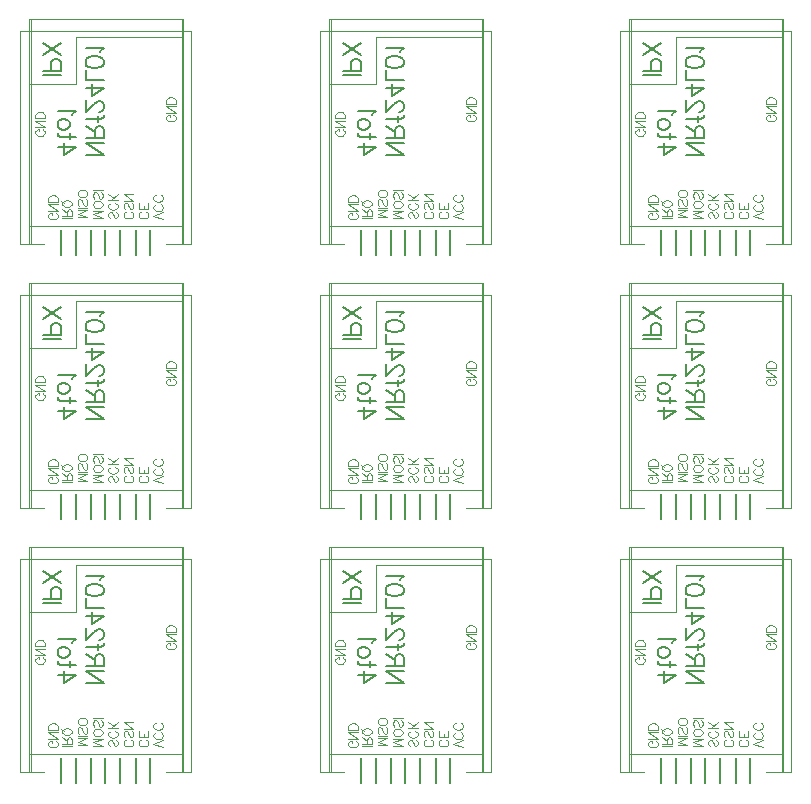
<source format=gbo>
G04*
G04 #@! TF.GenerationSoftware,Altium Limited,Altium Designer,20.2.6 (244)*
G04*
G04 Layer_Color=32896*
%FSLAX24Y24*%
%MOIN*%
G70*
G04*
G04 #@! TF.SameCoordinates,F166DB8F-6D7D-4CC1-83E2-008E4038BE53*
G04*
G04*
G04 #@! TF.FilePolarity,Positive*
G04*
G01*
G75*
%ADD42C,0.0079*%
%ADD69C,0.0039*%
%ADD70R,0.0069X0.0896*%
%ADD71R,0.0079X0.0906*%
%ADD72R,0.0069X0.0906*%
D42*
X2500Y3886D02*
X2100Y3600D01*
Y4028D01*
X2500Y3886D02*
X1900D01*
X2500Y4220D02*
X2014D01*
X1929Y4248D01*
X1900Y4306D01*
Y4363D01*
X2300Y4134D02*
Y4334D01*
Y4591D02*
X2271Y4534D01*
X2214Y4477D01*
X2129Y4448D01*
X2071D01*
X1986Y4477D01*
X1929Y4534D01*
X1900Y4591D01*
Y4677D01*
X1929Y4734D01*
X1986Y4791D01*
X2071Y4820D01*
X2129D01*
X2214Y4791D01*
X2271Y4734D01*
X2300Y4677D01*
Y4591D01*
X2386Y4951D02*
X2414Y5008D01*
X2500Y5094D01*
X1900D01*
X3434Y3620D02*
X2834D01*
X3434D02*
X2834Y4020D01*
X3434D02*
X2834D01*
X3434Y4186D02*
X2834D01*
X3434D02*
Y4443D01*
X3405Y4529D01*
X3377Y4557D01*
X3319Y4586D01*
X3262D01*
X3205Y4557D01*
X3177Y4529D01*
X3148Y4443D01*
Y4186D01*
Y4386D02*
X2834Y4586D01*
X3434Y4949D02*
Y4891D01*
X3405Y4834D01*
X3319Y4806D01*
X2834D01*
X3234Y4720D02*
Y4920D01*
X3291Y5063D02*
X3319D01*
X3377Y5091D01*
X3405Y5120D01*
X3434Y5177D01*
Y5291D01*
X3405Y5348D01*
X3377Y5377D01*
X3319Y5406D01*
X3262D01*
X3205Y5377D01*
X3120Y5320D01*
X2834Y5034D01*
Y5434D01*
X3434Y5854D02*
X3034Y5568D01*
Y5997D01*
X3434Y5854D02*
X2834D01*
X3434Y6103D02*
X2834D01*
Y6445D01*
X3434Y6682D02*
X3405Y6597D01*
X3319Y6540D01*
X3177Y6511D01*
X3091D01*
X2948Y6540D01*
X2862Y6597D01*
X2834Y6682D01*
Y6740D01*
X2862Y6825D01*
X2948Y6882D01*
X3091Y6911D01*
X3177D01*
X3319Y6882D01*
X3405Y6825D01*
X3434Y6740D01*
Y6682D01*
X3319Y7045D02*
X3348Y7102D01*
X3434Y7188D01*
X2834D01*
X2007Y6297D02*
X1407D01*
X1692Y6423D02*
Y6680D01*
X1721Y6766D01*
X1749Y6794D01*
X1807Y6823D01*
X1892D01*
X1949Y6794D01*
X1978Y6766D01*
X2007Y6680D01*
Y6423D01*
X1407D01*
X2007Y6957D02*
X1407Y7357D01*
X2007D02*
X1407Y6957D01*
X12500Y3886D02*
X12100Y3600D01*
Y4028D01*
X12500Y3886D02*
X11900D01*
X12500Y4220D02*
X12014D01*
X11929Y4248D01*
X11900Y4306D01*
Y4363D01*
X12300Y4134D02*
Y4334D01*
Y4591D02*
X12271Y4534D01*
X12214Y4477D01*
X12129Y4448D01*
X12071D01*
X11986Y4477D01*
X11929Y4534D01*
X11900Y4591D01*
Y4677D01*
X11929Y4734D01*
X11986Y4791D01*
X12071Y4820D01*
X12129D01*
X12214Y4791D01*
X12271Y4734D01*
X12300Y4677D01*
Y4591D01*
X12386Y4951D02*
X12414Y5008D01*
X12500Y5094D01*
X11900D01*
X13434Y3620D02*
X12834D01*
X13434D02*
X12834Y4020D01*
X13434D02*
X12834D01*
X13434Y4186D02*
X12834D01*
X13434D02*
Y4443D01*
X13405Y4529D01*
X13377Y4557D01*
X13319Y4586D01*
X13262D01*
X13205Y4557D01*
X13177Y4529D01*
X13148Y4443D01*
Y4186D01*
Y4386D02*
X12834Y4586D01*
X13434Y4949D02*
Y4891D01*
X13405Y4834D01*
X13319Y4806D01*
X12834D01*
X13234Y4720D02*
Y4920D01*
X13291Y5063D02*
X13319D01*
X13377Y5091D01*
X13405Y5120D01*
X13434Y5177D01*
Y5291D01*
X13405Y5348D01*
X13377Y5377D01*
X13319Y5406D01*
X13262D01*
X13205Y5377D01*
X13120Y5320D01*
X12834Y5034D01*
Y5434D01*
X13434Y5854D02*
X13034Y5568D01*
Y5997D01*
X13434Y5854D02*
X12834D01*
X13434Y6103D02*
X12834D01*
Y6445D01*
X13434Y6682D02*
X13405Y6597D01*
X13319Y6540D01*
X13177Y6511D01*
X13091D01*
X12948Y6540D01*
X12862Y6597D01*
X12834Y6682D01*
Y6740D01*
X12862Y6825D01*
X12948Y6882D01*
X13091Y6911D01*
X13177D01*
X13319Y6882D01*
X13405Y6825D01*
X13434Y6740D01*
Y6682D01*
X13319Y7045D02*
X13348Y7102D01*
X13434Y7188D01*
X12834D01*
X12007Y6297D02*
X11407D01*
X11692Y6423D02*
Y6680D01*
X11721Y6766D01*
X11749Y6794D01*
X11807Y6823D01*
X11892D01*
X11949Y6794D01*
X11978Y6766D01*
X12007Y6680D01*
Y6423D01*
X11407D01*
X12007Y6957D02*
X11407Y7357D01*
X12007D02*
X11407Y6957D01*
X22500Y3886D02*
X22100Y3600D01*
Y4028D01*
X22500Y3886D02*
X21900D01*
X22500Y4220D02*
X22014D01*
X21929Y4248D01*
X21900Y4306D01*
Y4363D01*
X22300Y4134D02*
Y4334D01*
Y4591D02*
X22271Y4534D01*
X22214Y4477D01*
X22129Y4448D01*
X22071D01*
X21986Y4477D01*
X21929Y4534D01*
X21900Y4591D01*
Y4677D01*
X21929Y4734D01*
X21986Y4791D01*
X22071Y4820D01*
X22129D01*
X22214Y4791D01*
X22271Y4734D01*
X22300Y4677D01*
Y4591D01*
X22386Y4951D02*
X22414Y5008D01*
X22500Y5094D01*
X21900D01*
X23434Y3620D02*
X22834D01*
X23434D02*
X22834Y4020D01*
X23434D02*
X22834D01*
X23434Y4186D02*
X22834D01*
X23434D02*
Y4443D01*
X23405Y4529D01*
X23377Y4557D01*
X23319Y4586D01*
X23262D01*
X23205Y4557D01*
X23177Y4529D01*
X23148Y4443D01*
Y4186D01*
Y4386D02*
X22834Y4586D01*
X23434Y4949D02*
Y4891D01*
X23405Y4834D01*
X23319Y4806D01*
X22834D01*
X23234Y4720D02*
Y4920D01*
X23291Y5063D02*
X23319D01*
X23377Y5091D01*
X23405Y5120D01*
X23434Y5177D01*
Y5291D01*
X23405Y5348D01*
X23377Y5377D01*
X23319Y5406D01*
X23262D01*
X23205Y5377D01*
X23120Y5320D01*
X22834Y5034D01*
Y5434D01*
X23434Y5854D02*
X23034Y5568D01*
Y5997D01*
X23434Y5854D02*
X22834D01*
X23434Y6103D02*
X22834D01*
Y6445D01*
X23434Y6682D02*
X23405Y6597D01*
X23319Y6540D01*
X23177Y6511D01*
X23091D01*
X22948Y6540D01*
X22862Y6597D01*
X22834Y6682D01*
Y6740D01*
X22862Y6825D01*
X22948Y6882D01*
X23091Y6911D01*
X23177D01*
X23319Y6882D01*
X23405Y6825D01*
X23434Y6740D01*
Y6682D01*
X23319Y7045D02*
X23348Y7102D01*
X23434Y7188D01*
X22834D01*
X22007Y6297D02*
X21407D01*
X21692Y6423D02*
Y6680D01*
X21721Y6766D01*
X21749Y6794D01*
X21807Y6823D01*
X21892D01*
X21949Y6794D01*
X21978Y6766D01*
X22007Y6680D01*
Y6423D01*
X21407D01*
X22007Y6957D02*
X21407Y7357D01*
X22007D02*
X21407Y6957D01*
X2500Y12686D02*
X2100Y12400D01*
Y12828D01*
X2500Y12686D02*
X1900D01*
X2500Y13020D02*
X2014D01*
X1929Y13048D01*
X1900Y13106D01*
Y13163D01*
X2300Y12934D02*
Y13134D01*
Y13391D02*
X2271Y13334D01*
X2214Y13277D01*
X2129Y13248D01*
X2071D01*
X1986Y13277D01*
X1929Y13334D01*
X1900Y13391D01*
Y13477D01*
X1929Y13534D01*
X1986Y13591D01*
X2071Y13620D01*
X2129D01*
X2214Y13591D01*
X2271Y13534D01*
X2300Y13477D01*
Y13391D01*
X2386Y13751D02*
X2414Y13808D01*
X2500Y13894D01*
X1900D01*
X3434Y12420D02*
X2834D01*
X3434D02*
X2834Y12820D01*
X3434D02*
X2834D01*
X3434Y12986D02*
X2834D01*
X3434D02*
Y13243D01*
X3405Y13329D01*
X3377Y13357D01*
X3319Y13386D01*
X3262D01*
X3205Y13357D01*
X3177Y13329D01*
X3148Y13243D01*
Y12986D01*
Y13186D02*
X2834Y13386D01*
X3434Y13749D02*
Y13691D01*
X3405Y13634D01*
X3319Y13606D01*
X2834D01*
X3234Y13520D02*
Y13720D01*
X3291Y13863D02*
X3319D01*
X3377Y13891D01*
X3405Y13920D01*
X3434Y13977D01*
Y14091D01*
X3405Y14148D01*
X3377Y14177D01*
X3319Y14206D01*
X3262D01*
X3205Y14177D01*
X3120Y14120D01*
X2834Y13834D01*
Y14234D01*
X3434Y14654D02*
X3034Y14368D01*
Y14797D01*
X3434Y14654D02*
X2834D01*
X3434Y14903D02*
X2834D01*
Y15245D01*
X3434Y15482D02*
X3405Y15397D01*
X3319Y15340D01*
X3177Y15311D01*
X3091D01*
X2948Y15340D01*
X2862Y15397D01*
X2834Y15482D01*
Y15540D01*
X2862Y15625D01*
X2948Y15682D01*
X3091Y15711D01*
X3177D01*
X3319Y15682D01*
X3405Y15625D01*
X3434Y15540D01*
Y15482D01*
X3319Y15845D02*
X3348Y15902D01*
X3434Y15988D01*
X2834D01*
X2007Y15097D02*
X1407D01*
X1692Y15223D02*
Y15480D01*
X1721Y15566D01*
X1749Y15594D01*
X1807Y15623D01*
X1892D01*
X1949Y15594D01*
X1978Y15566D01*
X2007Y15480D01*
Y15223D01*
X1407D01*
X2007Y15757D02*
X1407Y16157D01*
X2007D02*
X1407Y15757D01*
X12500Y12686D02*
X12100Y12400D01*
Y12828D01*
X12500Y12686D02*
X11900D01*
X12500Y13020D02*
X12014D01*
X11929Y13048D01*
X11900Y13106D01*
Y13163D01*
X12300Y12934D02*
Y13134D01*
Y13391D02*
X12271Y13334D01*
X12214Y13277D01*
X12129Y13248D01*
X12071D01*
X11986Y13277D01*
X11929Y13334D01*
X11900Y13391D01*
Y13477D01*
X11929Y13534D01*
X11986Y13591D01*
X12071Y13620D01*
X12129D01*
X12214Y13591D01*
X12271Y13534D01*
X12300Y13477D01*
Y13391D01*
X12386Y13751D02*
X12414Y13808D01*
X12500Y13894D01*
X11900D01*
X13434Y12420D02*
X12834D01*
X13434D02*
X12834Y12820D01*
X13434D02*
X12834D01*
X13434Y12986D02*
X12834D01*
X13434D02*
Y13243D01*
X13405Y13329D01*
X13377Y13357D01*
X13319Y13386D01*
X13262D01*
X13205Y13357D01*
X13177Y13329D01*
X13148Y13243D01*
Y12986D01*
Y13186D02*
X12834Y13386D01*
X13434Y13749D02*
Y13691D01*
X13405Y13634D01*
X13319Y13606D01*
X12834D01*
X13234Y13520D02*
Y13720D01*
X13291Y13863D02*
X13319D01*
X13377Y13891D01*
X13405Y13920D01*
X13434Y13977D01*
Y14091D01*
X13405Y14148D01*
X13377Y14177D01*
X13319Y14206D01*
X13262D01*
X13205Y14177D01*
X13120Y14120D01*
X12834Y13834D01*
Y14234D01*
X13434Y14654D02*
X13034Y14368D01*
Y14797D01*
X13434Y14654D02*
X12834D01*
X13434Y14903D02*
X12834D01*
Y15245D01*
X13434Y15482D02*
X13405Y15397D01*
X13319Y15340D01*
X13177Y15311D01*
X13091D01*
X12948Y15340D01*
X12862Y15397D01*
X12834Y15482D01*
Y15540D01*
X12862Y15625D01*
X12948Y15682D01*
X13091Y15711D01*
X13177D01*
X13319Y15682D01*
X13405Y15625D01*
X13434Y15540D01*
Y15482D01*
X13319Y15845D02*
X13348Y15902D01*
X13434Y15988D01*
X12834D01*
X12007Y15097D02*
X11407D01*
X11692Y15223D02*
Y15480D01*
X11721Y15566D01*
X11749Y15594D01*
X11807Y15623D01*
X11892D01*
X11949Y15594D01*
X11978Y15566D01*
X12007Y15480D01*
Y15223D01*
X11407D01*
X12007Y15757D02*
X11407Y16157D01*
X12007D02*
X11407Y15757D01*
X22500Y12686D02*
X22100Y12400D01*
Y12828D01*
X22500Y12686D02*
X21900D01*
X22500Y13020D02*
X22014D01*
X21929Y13048D01*
X21900Y13106D01*
Y13163D01*
X22300Y12934D02*
Y13134D01*
Y13391D02*
X22271Y13334D01*
X22214Y13277D01*
X22129Y13248D01*
X22071D01*
X21986Y13277D01*
X21929Y13334D01*
X21900Y13391D01*
Y13477D01*
X21929Y13534D01*
X21986Y13591D01*
X22071Y13620D01*
X22129D01*
X22214Y13591D01*
X22271Y13534D01*
X22300Y13477D01*
Y13391D01*
X22386Y13751D02*
X22414Y13808D01*
X22500Y13894D01*
X21900D01*
X23434Y12420D02*
X22834D01*
X23434D02*
X22834Y12820D01*
X23434D02*
X22834D01*
X23434Y12986D02*
X22834D01*
X23434D02*
Y13243D01*
X23405Y13329D01*
X23377Y13357D01*
X23319Y13386D01*
X23262D01*
X23205Y13357D01*
X23177Y13329D01*
X23148Y13243D01*
Y12986D01*
Y13186D02*
X22834Y13386D01*
X23434Y13749D02*
Y13691D01*
X23405Y13634D01*
X23319Y13606D01*
X22834D01*
X23234Y13520D02*
Y13720D01*
X23291Y13863D02*
X23319D01*
X23377Y13891D01*
X23405Y13920D01*
X23434Y13977D01*
Y14091D01*
X23405Y14148D01*
X23377Y14177D01*
X23319Y14206D01*
X23262D01*
X23205Y14177D01*
X23120Y14120D01*
X22834Y13834D01*
Y14234D01*
X23434Y14654D02*
X23034Y14368D01*
Y14797D01*
X23434Y14654D02*
X22834D01*
X23434Y14903D02*
X22834D01*
Y15245D01*
X23434Y15482D02*
X23405Y15397D01*
X23319Y15340D01*
X23177Y15311D01*
X23091D01*
X22948Y15340D01*
X22862Y15397D01*
X22834Y15482D01*
Y15540D01*
X22862Y15625D01*
X22948Y15682D01*
X23091Y15711D01*
X23177D01*
X23319Y15682D01*
X23405Y15625D01*
X23434Y15540D01*
Y15482D01*
X23319Y15845D02*
X23348Y15902D01*
X23434Y15988D01*
X22834D01*
X22007Y15097D02*
X21407D01*
X21692Y15223D02*
Y15480D01*
X21721Y15566D01*
X21749Y15594D01*
X21807Y15623D01*
X21892D01*
X21949Y15594D01*
X21978Y15566D01*
X22007Y15480D01*
Y15223D01*
X21407D01*
X22007Y15757D02*
X21407Y16157D01*
X22007D02*
X21407Y15757D01*
X2500Y21486D02*
X2100Y21200D01*
Y21628D01*
X2500Y21486D02*
X1900D01*
X2500Y21820D02*
X2014D01*
X1929Y21848D01*
X1900Y21906D01*
Y21963D01*
X2300Y21734D02*
Y21934D01*
Y22191D02*
X2271Y22134D01*
X2214Y22077D01*
X2129Y22048D01*
X2071D01*
X1986Y22077D01*
X1929Y22134D01*
X1900Y22191D01*
Y22277D01*
X1929Y22334D01*
X1986Y22391D01*
X2071Y22420D01*
X2129D01*
X2214Y22391D01*
X2271Y22334D01*
X2300Y22277D01*
Y22191D01*
X2386Y22551D02*
X2414Y22608D01*
X2500Y22694D01*
X1900D01*
X3434Y21220D02*
X2834D01*
X3434D02*
X2834Y21620D01*
X3434D02*
X2834D01*
X3434Y21786D02*
X2834D01*
X3434D02*
Y22043D01*
X3405Y22129D01*
X3377Y22157D01*
X3319Y22186D01*
X3262D01*
X3205Y22157D01*
X3177Y22129D01*
X3148Y22043D01*
Y21786D01*
Y21986D02*
X2834Y22186D01*
X3434Y22549D02*
Y22491D01*
X3405Y22434D01*
X3319Y22406D01*
X2834D01*
X3234Y22320D02*
Y22520D01*
X3291Y22663D02*
X3319D01*
X3377Y22691D01*
X3405Y22720D01*
X3434Y22777D01*
Y22891D01*
X3405Y22948D01*
X3377Y22977D01*
X3319Y23006D01*
X3262D01*
X3205Y22977D01*
X3120Y22920D01*
X2834Y22634D01*
Y23034D01*
X3434Y23454D02*
X3034Y23168D01*
Y23597D01*
X3434Y23454D02*
X2834D01*
X3434Y23703D02*
X2834D01*
Y24045D01*
X3434Y24282D02*
X3405Y24197D01*
X3319Y24140D01*
X3177Y24111D01*
X3091D01*
X2948Y24140D01*
X2862Y24197D01*
X2834Y24282D01*
Y24340D01*
X2862Y24425D01*
X2948Y24482D01*
X3091Y24511D01*
X3177D01*
X3319Y24482D01*
X3405Y24425D01*
X3434Y24340D01*
Y24282D01*
X3319Y24645D02*
X3348Y24702D01*
X3434Y24788D01*
X2834D01*
X2007Y23897D02*
X1407D01*
X1692Y24023D02*
Y24280D01*
X1721Y24366D01*
X1749Y24394D01*
X1807Y24423D01*
X1892D01*
X1949Y24394D01*
X1978Y24366D01*
X2007Y24280D01*
Y24023D01*
X1407D01*
X2007Y24557D02*
X1407Y24957D01*
X2007D02*
X1407Y24557D01*
X12500Y21486D02*
X12100Y21200D01*
Y21628D01*
X12500Y21486D02*
X11900D01*
X12500Y21820D02*
X12014D01*
X11929Y21848D01*
X11900Y21906D01*
Y21963D01*
X12300Y21734D02*
Y21934D01*
Y22191D02*
X12271Y22134D01*
X12214Y22077D01*
X12129Y22048D01*
X12071D01*
X11986Y22077D01*
X11929Y22134D01*
X11900Y22191D01*
Y22277D01*
X11929Y22334D01*
X11986Y22391D01*
X12071Y22420D01*
X12129D01*
X12214Y22391D01*
X12271Y22334D01*
X12300Y22277D01*
Y22191D01*
X12386Y22551D02*
X12414Y22608D01*
X12500Y22694D01*
X11900D01*
X13434Y21220D02*
X12834D01*
X13434D02*
X12834Y21620D01*
X13434D02*
X12834D01*
X13434Y21786D02*
X12834D01*
X13434D02*
Y22043D01*
X13405Y22129D01*
X13377Y22157D01*
X13319Y22186D01*
X13262D01*
X13205Y22157D01*
X13177Y22129D01*
X13148Y22043D01*
Y21786D01*
Y21986D02*
X12834Y22186D01*
X13434Y22549D02*
Y22491D01*
X13405Y22434D01*
X13319Y22406D01*
X12834D01*
X13234Y22320D02*
Y22520D01*
X13291Y22663D02*
X13319D01*
X13377Y22691D01*
X13405Y22720D01*
X13434Y22777D01*
Y22891D01*
X13405Y22948D01*
X13377Y22977D01*
X13319Y23006D01*
X13262D01*
X13205Y22977D01*
X13120Y22920D01*
X12834Y22634D01*
Y23034D01*
X13434Y23454D02*
X13034Y23168D01*
Y23597D01*
X13434Y23454D02*
X12834D01*
X13434Y23703D02*
X12834D01*
Y24045D01*
X13434Y24282D02*
X13405Y24197D01*
X13319Y24140D01*
X13177Y24111D01*
X13091D01*
X12948Y24140D01*
X12862Y24197D01*
X12834Y24282D01*
Y24340D01*
X12862Y24425D01*
X12948Y24482D01*
X13091Y24511D01*
X13177D01*
X13319Y24482D01*
X13405Y24425D01*
X13434Y24340D01*
Y24282D01*
X13319Y24645D02*
X13348Y24702D01*
X13434Y24788D01*
X12834D01*
X12007Y23897D02*
X11407D01*
X11692Y24023D02*
Y24280D01*
X11721Y24366D01*
X11749Y24394D01*
X11807Y24423D01*
X11892D01*
X11949Y24394D01*
X11978Y24366D01*
X12007Y24280D01*
Y24023D01*
X11407D01*
X12007Y24557D02*
X11407Y24957D01*
X12007D02*
X11407Y24557D01*
X22500Y21486D02*
X22100Y21200D01*
Y21628D01*
X22500Y21486D02*
X21900D01*
X22500Y21820D02*
X22014D01*
X21929Y21848D01*
X21900Y21906D01*
Y21963D01*
X22300Y21734D02*
Y21934D01*
Y22191D02*
X22271Y22134D01*
X22214Y22077D01*
X22129Y22048D01*
X22071D01*
X21986Y22077D01*
X21929Y22134D01*
X21900Y22191D01*
Y22277D01*
X21929Y22334D01*
X21986Y22391D01*
X22071Y22420D01*
X22129D01*
X22214Y22391D01*
X22271Y22334D01*
X22300Y22277D01*
Y22191D01*
X22386Y22551D02*
X22414Y22608D01*
X22500Y22694D01*
X21900D01*
X23434Y21220D02*
X22834D01*
X23434D02*
X22834Y21620D01*
X23434D02*
X22834D01*
X23434Y21786D02*
X22834D01*
X23434D02*
Y22043D01*
X23405Y22129D01*
X23377Y22157D01*
X23319Y22186D01*
X23262D01*
X23205Y22157D01*
X23177Y22129D01*
X23148Y22043D01*
Y21786D01*
Y21986D02*
X22834Y22186D01*
X23434Y22549D02*
Y22491D01*
X23405Y22434D01*
X23319Y22406D01*
X22834D01*
X23234Y22320D02*
Y22520D01*
X23291Y22663D02*
X23319D01*
X23377Y22691D01*
X23405Y22720D01*
X23434Y22777D01*
Y22891D01*
X23405Y22948D01*
X23377Y22977D01*
X23319Y23006D01*
X23262D01*
X23205Y22977D01*
X23120Y22920D01*
X22834Y22634D01*
Y23034D01*
X23434Y23454D02*
X23034Y23168D01*
Y23597D01*
X23434Y23454D02*
X22834D01*
X23434Y23703D02*
X22834D01*
Y24045D01*
X23434Y24282D02*
X23405Y24197D01*
X23319Y24140D01*
X23177Y24111D01*
X23091D01*
X22948Y24140D01*
X22862Y24197D01*
X22834Y24282D01*
Y24340D01*
X22862Y24425D01*
X22948Y24482D01*
X23091Y24511D01*
X23177D01*
X23319Y24482D01*
X23405Y24425D01*
X23434Y24340D01*
Y24282D01*
X23319Y24645D02*
X23348Y24702D01*
X23434Y24788D01*
X22834D01*
X22007Y23897D02*
X21407D01*
X21692Y24023D02*
Y24280D01*
X21721Y24366D01*
X21749Y24394D01*
X21807Y24423D01*
X21892D01*
X21949Y24394D01*
X21978Y24366D01*
X22007Y24280D01*
Y24023D01*
X21407D01*
X22007Y24557D02*
X21407Y24957D01*
X22007D02*
X21407Y24557D01*
D69*
X6354Y653D02*
Y7739D01*
X646Y653D02*
Y7739D01*
X6354D01*
X941Y5968D02*
X2516D01*
X941Y1243D02*
X6059D01*
X2516Y5968D02*
Y7542D01*
X6059D01*
Y1243D02*
Y7542D01*
X941Y1243D02*
Y5968D01*
X6037Y659D02*
Y8135D01*
X1029Y659D02*
Y8145D01*
X6066Y666D02*
Y8135D01*
X962Y666D02*
Y8146D01*
X948Y666D02*
Y8146D01*
X962D02*
X6066D01*
X6066Y666D02*
Y8146D01*
X5524Y653D02*
X6354D01*
X646D02*
X1407D01*
X1453D01*
X1401Y4475D02*
X1431Y4460D01*
X1461Y4430D01*
X1476Y4400D01*
Y4340D01*
X1461Y4310D01*
X1431Y4280D01*
X1401Y4265D01*
X1356Y4250D01*
X1281D01*
X1236Y4265D01*
X1206Y4280D01*
X1176Y4310D01*
X1161Y4340D01*
Y4400D01*
X1176Y4430D01*
X1206Y4460D01*
X1236Y4475D01*
X1281D01*
Y4400D02*
Y4475D01*
X1476Y4547D02*
X1161D01*
X1476D02*
X1161Y4757D01*
X1476D02*
X1161D01*
X1476Y4844D02*
X1161D01*
X1476D02*
Y4949D01*
X1461Y4994D01*
X1431Y5024D01*
X1401Y5039D01*
X1356Y5054D01*
X1281D01*
X1236Y5039D01*
X1206Y5024D01*
X1176Y4994D01*
X1161Y4949D01*
Y4844D01*
X1834Y1693D02*
X1864Y1678D01*
X1894Y1648D01*
X1909Y1618D01*
Y1558D01*
X1894Y1528D01*
X1864Y1498D01*
X1834Y1483D01*
X1789Y1468D01*
X1714D01*
X1669Y1483D01*
X1639Y1498D01*
X1609Y1528D01*
X1594Y1558D01*
Y1618D01*
X1609Y1648D01*
X1639Y1678D01*
X1669Y1693D01*
X1714D01*
Y1618D02*
Y1693D01*
X1909Y1765D02*
X1594D01*
X1909D02*
X1594Y1974D01*
X1909D02*
X1594D01*
X1909Y2061D02*
X1594D01*
X1909D02*
Y2166D01*
X1894Y2211D01*
X1864Y2241D01*
X1834Y2256D01*
X1789Y2271D01*
X1714D01*
X1669Y2256D01*
X1639Y2241D01*
X1609Y2211D01*
X1594Y2166D01*
Y2061D01*
X2374Y1527D02*
X2059D01*
X2374Y1593D02*
X2059D01*
X2374D02*
Y1728D01*
X2359Y1773D01*
X2344Y1788D01*
X2314Y1803D01*
X2284D01*
X2254Y1788D01*
X2239Y1773D01*
X2224Y1728D01*
Y1593D01*
Y1698D02*
X2059Y1803D01*
X2374Y1963D02*
X2359Y1933D01*
X2329Y1903D01*
X2299Y1888D01*
X2254Y1873D01*
X2179D01*
X2134Y1888D01*
X2104Y1903D01*
X2074Y1933D01*
X2059Y1963D01*
Y2023D01*
X2074Y2053D01*
X2104Y2083D01*
X2134Y2098D01*
X2179Y2113D01*
X2254D01*
X2299Y2098D01*
X2329Y2083D01*
X2359Y2053D01*
X2374Y2023D01*
Y1963D01*
X2119Y2008D02*
X2029Y2098D01*
X2890Y1535D02*
X2575D01*
X2890D02*
X2575Y1655D01*
X2890Y1774D02*
X2575Y1655D01*
X2890Y1774D02*
X2575D01*
X2890Y1864D02*
X2575D01*
X2845Y2140D02*
X2875Y2110D01*
X2890Y2065D01*
Y2005D01*
X2875Y1960D01*
X2845Y1930D01*
X2815D01*
X2785Y1945D01*
X2770Y1960D01*
X2755Y1990D01*
X2725Y2080D01*
X2710Y2110D01*
X2695Y2125D01*
X2665Y2140D01*
X2620D01*
X2590Y2110D01*
X2575Y2065D01*
Y2005D01*
X2590Y1960D01*
X2620Y1930D01*
X2890Y2301D02*
X2875Y2271D01*
X2845Y2241D01*
X2815Y2226D01*
X2770Y2211D01*
X2695D01*
X2650Y2226D01*
X2620Y2241D01*
X2590Y2271D01*
X2575Y2301D01*
Y2361D01*
X2590Y2391D01*
X2620Y2421D01*
X2650Y2436D01*
X2695Y2451D01*
X2770D01*
X2815Y2436D01*
X2845Y2421D01*
X2875Y2391D01*
X2890Y2361D01*
Y2301D01*
X3402Y1515D02*
X3087D01*
X3402D02*
X3087Y1635D01*
X3402Y1755D02*
X3087Y1635D01*
X3402Y1755D02*
X3087D01*
X3402Y1935D02*
X3387Y1905D01*
X3357Y1875D01*
X3327Y1860D01*
X3282Y1845D01*
X3207D01*
X3162Y1860D01*
X3132Y1875D01*
X3102Y1905D01*
X3087Y1935D01*
Y1995D01*
X3102Y2025D01*
X3132Y2055D01*
X3162Y2070D01*
X3207Y2085D01*
X3282D01*
X3327Y2070D01*
X3357Y2055D01*
X3387Y2025D01*
X3402Y1995D01*
Y1935D01*
X3357Y2368D02*
X3387Y2338D01*
X3402Y2293D01*
Y2233D01*
X3387Y2188D01*
X3357Y2158D01*
X3327D01*
X3297Y2173D01*
X3282Y2188D01*
X3267Y2218D01*
X3237Y2308D01*
X3222Y2338D01*
X3207Y2353D01*
X3177Y2368D01*
X3132D01*
X3102Y2338D01*
X3087Y2293D01*
Y2233D01*
X3102Y2188D01*
X3132Y2158D01*
X3402Y2439D02*
X3087D01*
X3860Y1717D02*
X3890Y1687D01*
X3905Y1642D01*
Y1582D01*
X3890Y1537D01*
X3860Y1507D01*
X3830D01*
X3800Y1522D01*
X3785Y1537D01*
X3770Y1567D01*
X3740Y1657D01*
X3726Y1687D01*
X3711Y1702D01*
X3681Y1717D01*
X3636D01*
X3606Y1687D01*
X3591Y1642D01*
Y1582D01*
X3606Y1537D01*
X3636Y1507D01*
X3830Y2012D02*
X3860Y1997D01*
X3890Y1967D01*
X3905Y1937D01*
Y1877D01*
X3890Y1847D01*
X3860Y1817D01*
X3830Y1802D01*
X3785Y1787D01*
X3711D01*
X3666Y1802D01*
X3636Y1817D01*
X3606Y1847D01*
X3591Y1877D01*
Y1937D01*
X3606Y1967D01*
X3636Y1997D01*
X3666Y2012D01*
X3905Y2101D02*
X3591D01*
X3905Y2311D02*
X3696Y2101D01*
X3770Y2176D02*
X3591Y2311D01*
X4350Y1724D02*
X4380Y1709D01*
X4410Y1679D01*
X4425Y1649D01*
Y1589D01*
X4410Y1559D01*
X4380Y1529D01*
X4350Y1514D01*
X4305Y1499D01*
X4230D01*
X4185Y1514D01*
X4155Y1529D01*
X4125Y1559D01*
X4110Y1589D01*
Y1649D01*
X4125Y1679D01*
X4155Y1709D01*
X4185Y1724D01*
X4380Y2022D02*
X4410Y1992D01*
X4425Y1947D01*
Y1887D01*
X4410Y1843D01*
X4380Y1813D01*
X4350D01*
X4320Y1828D01*
X4305Y1843D01*
X4290Y1873D01*
X4260Y1962D01*
X4245Y1992D01*
X4230Y2007D01*
X4200Y2022D01*
X4155D01*
X4125Y1992D01*
X4110Y1947D01*
Y1887D01*
X4125Y1843D01*
X4155Y1813D01*
X4425Y2093D02*
X4110D01*
X4425D02*
X4110Y2303D01*
X4425D02*
X4110D01*
X4842Y1724D02*
X4872Y1709D01*
X4902Y1679D01*
X4917Y1649D01*
Y1589D01*
X4902Y1559D01*
X4872Y1529D01*
X4842Y1514D01*
X4797Y1499D01*
X4722D01*
X4677Y1514D01*
X4647Y1529D01*
X4617Y1559D01*
X4602Y1589D01*
Y1649D01*
X4617Y1679D01*
X4647Y1709D01*
X4677Y1724D01*
X4917Y2007D02*
Y1813D01*
X4602D01*
Y2007D01*
X4767Y1813D02*
Y1932D01*
X5764Y4960D02*
X5794Y4945D01*
X5824Y4915D01*
X5839Y4885D01*
Y4825D01*
X5824Y4795D01*
X5794Y4765D01*
X5764Y4750D01*
X5719Y4735D01*
X5644D01*
X5599Y4750D01*
X5569Y4765D01*
X5539Y4795D01*
X5524Y4825D01*
Y4885D01*
X5539Y4915D01*
X5569Y4945D01*
X5599Y4960D01*
X5644D01*
Y4885D02*
Y4960D01*
X5839Y5032D02*
X5524D01*
X5839D02*
X5524Y5242D01*
X5839D02*
X5524D01*
X5839Y5329D02*
X5524D01*
X5839D02*
Y5434D01*
X5824Y5479D01*
X5794Y5509D01*
X5764Y5524D01*
X5719Y5539D01*
X5644D01*
X5599Y5524D01*
X5569Y5509D01*
X5539Y5479D01*
X5524Y5434D01*
Y5329D01*
X5413Y1468D02*
X5098Y1588D01*
X5413Y1708D02*
X5098Y1588D01*
X5338Y1973D02*
X5368Y1958D01*
X5398Y1928D01*
X5413Y1898D01*
Y1838D01*
X5398Y1808D01*
X5368Y1778D01*
X5338Y1763D01*
X5293Y1748D01*
X5218D01*
X5173Y1763D01*
X5143Y1778D01*
X5113Y1808D01*
X5098Y1838D01*
Y1898D01*
X5113Y1928D01*
X5143Y1958D01*
X5173Y1973D01*
X5338Y2286D02*
X5368Y2271D01*
X5398Y2241D01*
X5413Y2211D01*
Y2151D01*
X5398Y2121D01*
X5368Y2091D01*
X5338Y2076D01*
X5293Y2061D01*
X5218D01*
X5173Y2076D01*
X5143Y2091D01*
X5113Y2121D01*
X5098Y2151D01*
Y2211D01*
X5113Y2241D01*
X5143Y2271D01*
X5173Y2286D01*
X16354Y653D02*
Y7739D01*
X10646Y653D02*
Y7739D01*
X16354D01*
X10941Y5968D02*
X12516D01*
X10941Y1243D02*
X16059D01*
X12516Y5968D02*
Y7542D01*
X16059D01*
Y1243D02*
Y7542D01*
X10941Y1243D02*
Y5968D01*
X16037Y659D02*
Y8135D01*
X11029Y659D02*
Y8145D01*
X16066Y666D02*
Y8135D01*
X10962Y666D02*
Y8146D01*
X10948Y666D02*
Y8146D01*
X10962D02*
X16066D01*
X16066Y666D02*
Y8146D01*
X15524Y653D02*
X16354D01*
X10646D02*
X11407D01*
X11453D01*
X11401Y4475D02*
X11431Y4460D01*
X11461Y4430D01*
X11476Y4400D01*
Y4340D01*
X11461Y4310D01*
X11431Y4280D01*
X11401Y4265D01*
X11356Y4250D01*
X11281D01*
X11236Y4265D01*
X11206Y4280D01*
X11176Y4310D01*
X11161Y4340D01*
Y4400D01*
X11176Y4430D01*
X11206Y4460D01*
X11236Y4475D01*
X11281D01*
Y4400D02*
Y4475D01*
X11476Y4547D02*
X11161D01*
X11476D02*
X11161Y4757D01*
X11476D02*
X11161D01*
X11476Y4844D02*
X11161D01*
X11476D02*
Y4949D01*
X11461Y4994D01*
X11431Y5024D01*
X11401Y5039D01*
X11356Y5054D01*
X11281D01*
X11236Y5039D01*
X11206Y5024D01*
X11176Y4994D01*
X11161Y4949D01*
Y4844D01*
X11834Y1693D02*
X11864Y1678D01*
X11894Y1648D01*
X11909Y1618D01*
Y1558D01*
X11894Y1528D01*
X11864Y1498D01*
X11834Y1483D01*
X11789Y1468D01*
X11714D01*
X11669Y1483D01*
X11639Y1498D01*
X11609Y1528D01*
X11594Y1558D01*
Y1618D01*
X11609Y1648D01*
X11639Y1678D01*
X11669Y1693D01*
X11714D01*
Y1618D02*
Y1693D01*
X11909Y1765D02*
X11594D01*
X11909D02*
X11594Y1974D01*
X11909D02*
X11594D01*
X11909Y2061D02*
X11594D01*
X11909D02*
Y2166D01*
X11894Y2211D01*
X11864Y2241D01*
X11834Y2256D01*
X11789Y2271D01*
X11714D01*
X11669Y2256D01*
X11639Y2241D01*
X11609Y2211D01*
X11594Y2166D01*
Y2061D01*
X12374Y1527D02*
X12059D01*
X12374Y1593D02*
X12059D01*
X12374D02*
Y1728D01*
X12359Y1773D01*
X12344Y1788D01*
X12314Y1803D01*
X12284D01*
X12254Y1788D01*
X12239Y1773D01*
X12224Y1728D01*
Y1593D01*
Y1698D02*
X12059Y1803D01*
X12374Y1963D02*
X12359Y1933D01*
X12329Y1903D01*
X12299Y1888D01*
X12254Y1873D01*
X12179D01*
X12134Y1888D01*
X12104Y1903D01*
X12074Y1933D01*
X12059Y1963D01*
Y2023D01*
X12074Y2053D01*
X12104Y2083D01*
X12134Y2098D01*
X12179Y2113D01*
X12254D01*
X12299Y2098D01*
X12329Y2083D01*
X12359Y2053D01*
X12374Y2023D01*
Y1963D01*
X12119Y2008D02*
X12029Y2098D01*
X12890Y1535D02*
X12575D01*
X12890D02*
X12575Y1655D01*
X12890Y1774D02*
X12575Y1655D01*
X12890Y1774D02*
X12575D01*
X12890Y1864D02*
X12575D01*
X12845Y2140D02*
X12875Y2110D01*
X12890Y2065D01*
Y2005D01*
X12875Y1960D01*
X12845Y1930D01*
X12815D01*
X12785Y1945D01*
X12770Y1960D01*
X12755Y1990D01*
X12725Y2080D01*
X12710Y2110D01*
X12695Y2125D01*
X12665Y2140D01*
X12620D01*
X12590Y2110D01*
X12575Y2065D01*
Y2005D01*
X12590Y1960D01*
X12620Y1930D01*
X12890Y2301D02*
X12875Y2271D01*
X12845Y2241D01*
X12815Y2226D01*
X12770Y2211D01*
X12695D01*
X12650Y2226D01*
X12620Y2241D01*
X12590Y2271D01*
X12575Y2301D01*
Y2361D01*
X12590Y2391D01*
X12620Y2421D01*
X12650Y2436D01*
X12695Y2451D01*
X12770D01*
X12815Y2436D01*
X12845Y2421D01*
X12875Y2391D01*
X12890Y2361D01*
Y2301D01*
X13402Y1515D02*
X13087D01*
X13402D02*
X13087Y1635D01*
X13402Y1755D02*
X13087Y1635D01*
X13402Y1755D02*
X13087D01*
X13402Y1935D02*
X13387Y1905D01*
X13357Y1875D01*
X13327Y1860D01*
X13282Y1845D01*
X13207D01*
X13162Y1860D01*
X13132Y1875D01*
X13102Y1905D01*
X13087Y1935D01*
Y1995D01*
X13102Y2025D01*
X13132Y2055D01*
X13162Y2070D01*
X13207Y2085D01*
X13282D01*
X13327Y2070D01*
X13357Y2055D01*
X13387Y2025D01*
X13402Y1995D01*
Y1935D01*
X13357Y2368D02*
X13387Y2338D01*
X13402Y2293D01*
Y2233D01*
X13387Y2188D01*
X13357Y2158D01*
X13327D01*
X13297Y2173D01*
X13282Y2188D01*
X13267Y2218D01*
X13237Y2308D01*
X13222Y2338D01*
X13207Y2353D01*
X13177Y2368D01*
X13132D01*
X13102Y2338D01*
X13087Y2293D01*
Y2233D01*
X13102Y2188D01*
X13132Y2158D01*
X13402Y2439D02*
X13087D01*
X13860Y1717D02*
X13890Y1687D01*
X13905Y1642D01*
Y1582D01*
X13890Y1537D01*
X13860Y1507D01*
X13830D01*
X13800Y1522D01*
X13785Y1537D01*
X13770Y1567D01*
X13741Y1657D01*
X13726Y1687D01*
X13711Y1702D01*
X13681Y1717D01*
X13636D01*
X13606Y1687D01*
X13591Y1642D01*
Y1582D01*
X13606Y1537D01*
X13636Y1507D01*
X13830Y2012D02*
X13860Y1997D01*
X13890Y1967D01*
X13905Y1937D01*
Y1877D01*
X13890Y1847D01*
X13860Y1817D01*
X13830Y1802D01*
X13785Y1787D01*
X13711D01*
X13666Y1802D01*
X13636Y1817D01*
X13606Y1847D01*
X13591Y1877D01*
Y1937D01*
X13606Y1967D01*
X13636Y1997D01*
X13666Y2012D01*
X13905Y2101D02*
X13591D01*
X13905Y2311D02*
X13696Y2101D01*
X13770Y2176D02*
X13591Y2311D01*
X14350Y1724D02*
X14380Y1709D01*
X14410Y1679D01*
X14425Y1649D01*
Y1589D01*
X14410Y1559D01*
X14380Y1529D01*
X14350Y1514D01*
X14305Y1499D01*
X14230D01*
X14185Y1514D01*
X14155Y1529D01*
X14125Y1559D01*
X14110Y1589D01*
Y1649D01*
X14125Y1679D01*
X14155Y1709D01*
X14185Y1724D01*
X14380Y2022D02*
X14410Y1992D01*
X14425Y1947D01*
Y1887D01*
X14410Y1843D01*
X14380Y1813D01*
X14350D01*
X14320Y1828D01*
X14305Y1843D01*
X14290Y1873D01*
X14260Y1962D01*
X14245Y1992D01*
X14230Y2007D01*
X14200Y2022D01*
X14155D01*
X14125Y1992D01*
X14110Y1947D01*
Y1887D01*
X14125Y1843D01*
X14155Y1813D01*
X14425Y2093D02*
X14110D01*
X14425D02*
X14110Y2303D01*
X14425D02*
X14110D01*
X14842Y1724D02*
X14872Y1709D01*
X14902Y1679D01*
X14917Y1649D01*
Y1589D01*
X14902Y1559D01*
X14872Y1529D01*
X14842Y1514D01*
X14797Y1499D01*
X14722D01*
X14677Y1514D01*
X14647Y1529D01*
X14617Y1559D01*
X14602Y1589D01*
Y1649D01*
X14617Y1679D01*
X14647Y1709D01*
X14677Y1724D01*
X14917Y2007D02*
Y1813D01*
X14602D01*
Y2007D01*
X14767Y1813D02*
Y1932D01*
X15764Y4960D02*
X15794Y4945D01*
X15824Y4915D01*
X15839Y4885D01*
Y4825D01*
X15824Y4795D01*
X15794Y4765D01*
X15764Y4750D01*
X15719Y4735D01*
X15644D01*
X15599Y4750D01*
X15569Y4765D01*
X15539Y4795D01*
X15524Y4825D01*
Y4885D01*
X15539Y4915D01*
X15569Y4945D01*
X15599Y4960D01*
X15644D01*
Y4885D02*
Y4960D01*
X15839Y5032D02*
X15524D01*
X15839D02*
X15524Y5242D01*
X15839D02*
X15524D01*
X15839Y5329D02*
X15524D01*
X15839D02*
Y5434D01*
X15824Y5479D01*
X15794Y5509D01*
X15764Y5524D01*
X15719Y5539D01*
X15644D01*
X15599Y5524D01*
X15569Y5509D01*
X15539Y5479D01*
X15524Y5434D01*
Y5329D01*
X15413Y1468D02*
X15098Y1588D01*
X15413Y1708D02*
X15098Y1588D01*
X15338Y1973D02*
X15368Y1958D01*
X15398Y1928D01*
X15413Y1898D01*
Y1838D01*
X15398Y1808D01*
X15368Y1778D01*
X15338Y1763D01*
X15293Y1748D01*
X15218D01*
X15173Y1763D01*
X15143Y1778D01*
X15113Y1808D01*
X15098Y1838D01*
Y1898D01*
X15113Y1928D01*
X15143Y1958D01*
X15173Y1973D01*
X15338Y2286D02*
X15368Y2271D01*
X15398Y2241D01*
X15413Y2211D01*
Y2151D01*
X15398Y2121D01*
X15368Y2091D01*
X15338Y2076D01*
X15293Y2061D01*
X15218D01*
X15173Y2076D01*
X15143Y2091D01*
X15113Y2121D01*
X15098Y2151D01*
Y2211D01*
X15113Y2241D01*
X15143Y2271D01*
X15173Y2286D01*
X26354Y653D02*
Y7739D01*
X20646Y653D02*
Y7739D01*
X26354D01*
X20941Y5968D02*
X22516D01*
X20941Y1243D02*
X26059D01*
X22516Y5968D02*
Y7542D01*
X26059D01*
Y1243D02*
Y7542D01*
X20941Y1243D02*
Y5968D01*
X26037Y659D02*
Y8135D01*
X21029Y659D02*
Y8145D01*
X26066Y666D02*
Y8135D01*
X20962Y666D02*
Y8146D01*
X20948Y666D02*
Y8146D01*
X20962D02*
X26066D01*
X26066Y666D02*
Y8146D01*
X25524Y653D02*
X26354D01*
X20646D02*
X21407D01*
X21453D01*
X21401Y4475D02*
X21431Y4460D01*
X21461Y4430D01*
X21476Y4400D01*
Y4340D01*
X21461Y4310D01*
X21431Y4280D01*
X21401Y4265D01*
X21356Y4250D01*
X21281D01*
X21236Y4265D01*
X21206Y4280D01*
X21176Y4310D01*
X21161Y4340D01*
Y4400D01*
X21176Y4430D01*
X21206Y4460D01*
X21236Y4475D01*
X21281D01*
Y4400D02*
Y4475D01*
X21476Y4547D02*
X21161D01*
X21476D02*
X21161Y4757D01*
X21476D02*
X21161D01*
X21476Y4844D02*
X21161D01*
X21476D02*
Y4949D01*
X21461Y4994D01*
X21431Y5024D01*
X21401Y5039D01*
X21356Y5054D01*
X21281D01*
X21236Y5039D01*
X21206Y5024D01*
X21176Y4994D01*
X21161Y4949D01*
Y4844D01*
X21834Y1693D02*
X21864Y1678D01*
X21894Y1648D01*
X21909Y1618D01*
Y1558D01*
X21894Y1528D01*
X21864Y1498D01*
X21834Y1483D01*
X21789Y1468D01*
X21714D01*
X21669Y1483D01*
X21639Y1498D01*
X21609Y1528D01*
X21594Y1558D01*
Y1618D01*
X21609Y1648D01*
X21639Y1678D01*
X21669Y1693D01*
X21714D01*
Y1618D02*
Y1693D01*
X21909Y1765D02*
X21594D01*
X21909D02*
X21594Y1974D01*
X21909D02*
X21594D01*
X21909Y2061D02*
X21594D01*
X21909D02*
Y2166D01*
X21894Y2211D01*
X21864Y2241D01*
X21834Y2256D01*
X21789Y2271D01*
X21714D01*
X21669Y2256D01*
X21639Y2241D01*
X21609Y2211D01*
X21594Y2166D01*
Y2061D01*
X22374Y1527D02*
X22059D01*
X22374Y1593D02*
X22059D01*
X22374D02*
Y1728D01*
X22359Y1773D01*
X22344Y1788D01*
X22314Y1803D01*
X22284D01*
X22254Y1788D01*
X22239Y1773D01*
X22224Y1728D01*
Y1593D01*
Y1698D02*
X22059Y1803D01*
X22374Y1963D02*
X22359Y1933D01*
X22329Y1903D01*
X22299Y1888D01*
X22254Y1873D01*
X22179D01*
X22134Y1888D01*
X22104Y1903D01*
X22074Y1933D01*
X22059Y1963D01*
Y2023D01*
X22074Y2053D01*
X22104Y2083D01*
X22134Y2098D01*
X22179Y2113D01*
X22254D01*
X22299Y2098D01*
X22329Y2083D01*
X22359Y2053D01*
X22374Y2023D01*
Y1963D01*
X22119Y2008D02*
X22029Y2098D01*
X22890Y1535D02*
X22575D01*
X22890D02*
X22575Y1655D01*
X22890Y1774D02*
X22575Y1655D01*
X22890Y1774D02*
X22575D01*
X22890Y1864D02*
X22575D01*
X22845Y2140D02*
X22875Y2110D01*
X22890Y2065D01*
Y2005D01*
X22875Y1960D01*
X22845Y1930D01*
X22815D01*
X22785Y1945D01*
X22770Y1960D01*
X22755Y1990D01*
X22725Y2080D01*
X22710Y2110D01*
X22695Y2125D01*
X22665Y2140D01*
X22620D01*
X22590Y2110D01*
X22575Y2065D01*
Y2005D01*
X22590Y1960D01*
X22620Y1930D01*
X22890Y2301D02*
X22875Y2271D01*
X22845Y2241D01*
X22815Y2226D01*
X22770Y2211D01*
X22695D01*
X22650Y2226D01*
X22620Y2241D01*
X22590Y2271D01*
X22575Y2301D01*
Y2361D01*
X22590Y2391D01*
X22620Y2421D01*
X22650Y2436D01*
X22695Y2451D01*
X22770D01*
X22815Y2436D01*
X22845Y2421D01*
X22875Y2391D01*
X22890Y2361D01*
Y2301D01*
X23402Y1515D02*
X23087D01*
X23402D02*
X23087Y1635D01*
X23402Y1755D02*
X23087Y1635D01*
X23402Y1755D02*
X23087D01*
X23402Y1935D02*
X23387Y1905D01*
X23357Y1875D01*
X23327Y1860D01*
X23282Y1845D01*
X23207D01*
X23162Y1860D01*
X23132Y1875D01*
X23102Y1905D01*
X23087Y1935D01*
Y1995D01*
X23102Y2025D01*
X23132Y2055D01*
X23162Y2070D01*
X23207Y2085D01*
X23282D01*
X23327Y2070D01*
X23357Y2055D01*
X23387Y2025D01*
X23402Y1995D01*
Y1935D01*
X23357Y2368D02*
X23387Y2338D01*
X23402Y2293D01*
Y2233D01*
X23387Y2188D01*
X23357Y2158D01*
X23327D01*
X23297Y2173D01*
X23282Y2188D01*
X23267Y2218D01*
X23237Y2308D01*
X23222Y2338D01*
X23207Y2353D01*
X23177Y2368D01*
X23132D01*
X23102Y2338D01*
X23087Y2293D01*
Y2233D01*
X23102Y2188D01*
X23132Y2158D01*
X23402Y2439D02*
X23087D01*
X23860Y1717D02*
X23890Y1687D01*
X23905Y1642D01*
Y1582D01*
X23890Y1537D01*
X23860Y1507D01*
X23830D01*
X23800Y1522D01*
X23785Y1537D01*
X23770Y1567D01*
X23740Y1657D01*
X23726Y1687D01*
X23711Y1702D01*
X23681Y1717D01*
X23636D01*
X23606Y1687D01*
X23591Y1642D01*
Y1582D01*
X23606Y1537D01*
X23636Y1507D01*
X23830Y2012D02*
X23860Y1997D01*
X23890Y1967D01*
X23905Y1937D01*
Y1877D01*
X23890Y1847D01*
X23860Y1817D01*
X23830Y1802D01*
X23785Y1787D01*
X23711D01*
X23666Y1802D01*
X23636Y1817D01*
X23606Y1847D01*
X23591Y1877D01*
Y1937D01*
X23606Y1967D01*
X23636Y1997D01*
X23666Y2012D01*
X23905Y2101D02*
X23591D01*
X23905Y2311D02*
X23696Y2101D01*
X23770Y2176D02*
X23591Y2311D01*
X24350Y1724D02*
X24380Y1709D01*
X24410Y1679D01*
X24425Y1649D01*
Y1589D01*
X24410Y1559D01*
X24380Y1529D01*
X24350Y1514D01*
X24305Y1499D01*
X24230D01*
X24185Y1514D01*
X24155Y1529D01*
X24125Y1559D01*
X24110Y1589D01*
Y1649D01*
X24125Y1679D01*
X24155Y1709D01*
X24185Y1724D01*
X24380Y2022D02*
X24410Y1992D01*
X24425Y1947D01*
Y1887D01*
X24410Y1843D01*
X24380Y1813D01*
X24350D01*
X24320Y1828D01*
X24305Y1843D01*
X24290Y1873D01*
X24260Y1962D01*
X24245Y1992D01*
X24230Y2007D01*
X24200Y2022D01*
X24155D01*
X24125Y1992D01*
X24110Y1947D01*
Y1887D01*
X24125Y1843D01*
X24155Y1813D01*
X24425Y2093D02*
X24110D01*
X24425D02*
X24110Y2303D01*
X24425D02*
X24110D01*
X24842Y1724D02*
X24872Y1709D01*
X24902Y1679D01*
X24917Y1649D01*
Y1589D01*
X24902Y1559D01*
X24872Y1529D01*
X24842Y1514D01*
X24797Y1499D01*
X24722D01*
X24677Y1514D01*
X24647Y1529D01*
X24617Y1559D01*
X24602Y1589D01*
Y1649D01*
X24617Y1679D01*
X24647Y1709D01*
X24677Y1724D01*
X24917Y2007D02*
Y1813D01*
X24602D01*
Y2007D01*
X24767Y1813D02*
Y1932D01*
X25764Y4960D02*
X25794Y4945D01*
X25824Y4915D01*
X25839Y4885D01*
Y4825D01*
X25824Y4795D01*
X25794Y4765D01*
X25764Y4750D01*
X25719Y4735D01*
X25644D01*
X25599Y4750D01*
X25569Y4765D01*
X25539Y4795D01*
X25524Y4825D01*
Y4885D01*
X25539Y4915D01*
X25569Y4945D01*
X25599Y4960D01*
X25644D01*
Y4885D02*
Y4960D01*
X25839Y5032D02*
X25524D01*
X25839D02*
X25524Y5242D01*
X25839D02*
X25524D01*
X25839Y5329D02*
X25524D01*
X25839D02*
Y5434D01*
X25824Y5479D01*
X25794Y5509D01*
X25764Y5524D01*
X25719Y5539D01*
X25644D01*
X25599Y5524D01*
X25569Y5509D01*
X25539Y5479D01*
X25524Y5434D01*
Y5329D01*
X25413Y1468D02*
X25098Y1588D01*
X25413Y1708D02*
X25098Y1588D01*
X25338Y1973D02*
X25368Y1958D01*
X25398Y1928D01*
X25413Y1898D01*
Y1838D01*
X25398Y1808D01*
X25368Y1778D01*
X25338Y1763D01*
X25293Y1748D01*
X25218D01*
X25173Y1763D01*
X25143Y1778D01*
X25113Y1808D01*
X25098Y1838D01*
Y1898D01*
X25113Y1928D01*
X25143Y1958D01*
X25173Y1973D01*
X25338Y2286D02*
X25368Y2271D01*
X25398Y2241D01*
X25413Y2211D01*
Y2151D01*
X25398Y2121D01*
X25368Y2091D01*
X25338Y2076D01*
X25293Y2061D01*
X25218D01*
X25173Y2076D01*
X25143Y2091D01*
X25113Y2121D01*
X25098Y2151D01*
Y2211D01*
X25113Y2241D01*
X25143Y2271D01*
X25173Y2286D01*
X6354Y9453D02*
Y16539D01*
X646Y9453D02*
Y16539D01*
X6354D01*
X941Y14768D02*
X2516D01*
X941Y10043D02*
X6059D01*
X2516Y14768D02*
Y16342D01*
X6059D01*
Y10043D02*
Y16342D01*
X941Y10043D02*
Y14768D01*
X6037Y9459D02*
Y16935D01*
X1029Y9459D02*
Y16945D01*
X6066Y9466D02*
Y16935D01*
X962Y9466D02*
Y16946D01*
X948Y9466D02*
Y16946D01*
X962D02*
X6066D01*
X6066Y9466D02*
Y16946D01*
X5524Y9453D02*
X6354D01*
X646D02*
X1407D01*
X1453D01*
X1401Y13275D02*
X1431Y13260D01*
X1461Y13230D01*
X1476Y13200D01*
Y13140D01*
X1461Y13110D01*
X1431Y13080D01*
X1401Y13065D01*
X1356Y13050D01*
X1281D01*
X1236Y13065D01*
X1206Y13080D01*
X1176Y13110D01*
X1161Y13140D01*
Y13200D01*
X1176Y13230D01*
X1206Y13260D01*
X1236Y13275D01*
X1281D01*
Y13200D02*
Y13275D01*
X1476Y13347D02*
X1161D01*
X1476D02*
X1161Y13557D01*
X1476D02*
X1161D01*
X1476Y13644D02*
X1161D01*
X1476D02*
Y13749D01*
X1461Y13794D01*
X1431Y13824D01*
X1401Y13839D01*
X1356Y13854D01*
X1281D01*
X1236Y13839D01*
X1206Y13824D01*
X1176Y13794D01*
X1161Y13749D01*
Y13644D01*
X1834Y10493D02*
X1864Y10478D01*
X1894Y10448D01*
X1909Y10418D01*
Y10358D01*
X1894Y10328D01*
X1864Y10298D01*
X1834Y10283D01*
X1789Y10268D01*
X1714D01*
X1669Y10283D01*
X1639Y10298D01*
X1609Y10328D01*
X1594Y10358D01*
Y10418D01*
X1609Y10448D01*
X1639Y10478D01*
X1669Y10493D01*
X1714D01*
Y10418D02*
Y10493D01*
X1909Y10565D02*
X1594D01*
X1909D02*
X1594Y10774D01*
X1909D02*
X1594D01*
X1909Y10861D02*
X1594D01*
X1909D02*
Y10966D01*
X1894Y11011D01*
X1864Y11041D01*
X1834Y11056D01*
X1789Y11071D01*
X1714D01*
X1669Y11056D01*
X1639Y11041D01*
X1609Y11011D01*
X1594Y10966D01*
Y10861D01*
X2374Y10327D02*
X2059D01*
X2374Y10393D02*
X2059D01*
X2374D02*
Y10528D01*
X2359Y10573D01*
X2344Y10588D01*
X2314Y10603D01*
X2284D01*
X2254Y10588D01*
X2239Y10573D01*
X2224Y10528D01*
Y10393D01*
Y10498D02*
X2059Y10603D01*
X2374Y10763D02*
X2359Y10733D01*
X2329Y10703D01*
X2299Y10688D01*
X2254Y10673D01*
X2179D01*
X2134Y10688D01*
X2104Y10703D01*
X2074Y10733D01*
X2059Y10763D01*
Y10823D01*
X2074Y10853D01*
X2104Y10883D01*
X2134Y10898D01*
X2179Y10913D01*
X2254D01*
X2299Y10898D01*
X2329Y10883D01*
X2359Y10853D01*
X2374Y10823D01*
Y10763D01*
X2119Y10808D02*
X2029Y10898D01*
X2890Y10335D02*
X2575D01*
X2890D02*
X2575Y10455D01*
X2890Y10574D02*
X2575Y10455D01*
X2890Y10574D02*
X2575D01*
X2890Y10664D02*
X2575D01*
X2845Y10940D02*
X2875Y10910D01*
X2890Y10865D01*
Y10805D01*
X2875Y10760D01*
X2845Y10730D01*
X2815D01*
X2785Y10745D01*
X2770Y10760D01*
X2755Y10790D01*
X2725Y10880D01*
X2710Y10910D01*
X2695Y10925D01*
X2665Y10940D01*
X2620D01*
X2590Y10910D01*
X2575Y10865D01*
Y10805D01*
X2590Y10760D01*
X2620Y10730D01*
X2890Y11101D02*
X2875Y11071D01*
X2845Y11041D01*
X2815Y11026D01*
X2770Y11011D01*
X2695D01*
X2650Y11026D01*
X2620Y11041D01*
X2590Y11071D01*
X2575Y11101D01*
Y11161D01*
X2590Y11191D01*
X2620Y11221D01*
X2650Y11236D01*
X2695Y11251D01*
X2770D01*
X2815Y11236D01*
X2845Y11221D01*
X2875Y11191D01*
X2890Y11161D01*
Y11101D01*
X3402Y10315D02*
X3087D01*
X3402D02*
X3087Y10435D01*
X3402Y10555D02*
X3087Y10435D01*
X3402Y10555D02*
X3087D01*
X3402Y10735D02*
X3387Y10705D01*
X3357Y10675D01*
X3327Y10660D01*
X3282Y10645D01*
X3207D01*
X3162Y10660D01*
X3132Y10675D01*
X3102Y10705D01*
X3087Y10735D01*
Y10795D01*
X3102Y10825D01*
X3132Y10855D01*
X3162Y10870D01*
X3207Y10885D01*
X3282D01*
X3327Y10870D01*
X3357Y10855D01*
X3387Y10825D01*
X3402Y10795D01*
Y10735D01*
X3357Y11168D02*
X3387Y11138D01*
X3402Y11093D01*
Y11033D01*
X3387Y10988D01*
X3357Y10958D01*
X3327D01*
X3297Y10973D01*
X3282Y10988D01*
X3267Y11018D01*
X3237Y11108D01*
X3222Y11138D01*
X3207Y11153D01*
X3177Y11168D01*
X3132D01*
X3102Y11138D01*
X3087Y11093D01*
Y11033D01*
X3102Y10988D01*
X3132Y10958D01*
X3402Y11239D02*
X3087D01*
X3860Y10517D02*
X3890Y10487D01*
X3905Y10442D01*
Y10382D01*
X3890Y10337D01*
X3860Y10307D01*
X3830D01*
X3800Y10322D01*
X3785Y10337D01*
X3770Y10367D01*
X3740Y10457D01*
X3726Y10487D01*
X3711Y10502D01*
X3681Y10517D01*
X3636D01*
X3606Y10487D01*
X3591Y10442D01*
Y10382D01*
X3606Y10337D01*
X3636Y10307D01*
X3830Y10812D02*
X3860Y10797D01*
X3890Y10767D01*
X3905Y10737D01*
Y10677D01*
X3890Y10647D01*
X3860Y10617D01*
X3830Y10602D01*
X3785Y10587D01*
X3711D01*
X3666Y10602D01*
X3636Y10617D01*
X3606Y10647D01*
X3591Y10677D01*
Y10737D01*
X3606Y10767D01*
X3636Y10797D01*
X3666Y10812D01*
X3905Y10901D02*
X3591D01*
X3905Y11111D02*
X3696Y10901D01*
X3770Y10976D02*
X3591Y11111D01*
X4350Y10524D02*
X4380Y10509D01*
X4410Y10479D01*
X4425Y10449D01*
Y10389D01*
X4410Y10359D01*
X4380Y10329D01*
X4350Y10314D01*
X4305Y10299D01*
X4230D01*
X4185Y10314D01*
X4155Y10329D01*
X4125Y10359D01*
X4110Y10389D01*
Y10449D01*
X4125Y10479D01*
X4155Y10509D01*
X4185Y10524D01*
X4380Y10822D02*
X4410Y10792D01*
X4425Y10747D01*
Y10688D01*
X4410Y10643D01*
X4380Y10613D01*
X4350D01*
X4320Y10628D01*
X4305Y10643D01*
X4290Y10673D01*
X4260Y10762D01*
X4245Y10792D01*
X4230Y10807D01*
X4200Y10822D01*
X4155D01*
X4125Y10792D01*
X4110Y10747D01*
Y10688D01*
X4125Y10643D01*
X4155Y10613D01*
X4425Y10893D02*
X4110D01*
X4425D02*
X4110Y11103D01*
X4425D02*
X4110D01*
X4842Y10524D02*
X4872Y10509D01*
X4902Y10479D01*
X4917Y10449D01*
Y10389D01*
X4902Y10359D01*
X4872Y10329D01*
X4842Y10314D01*
X4797Y10299D01*
X4722D01*
X4677Y10314D01*
X4647Y10329D01*
X4617Y10359D01*
X4602Y10389D01*
Y10449D01*
X4617Y10479D01*
X4647Y10509D01*
X4677Y10524D01*
X4917Y10807D02*
Y10613D01*
X4602D01*
Y10807D01*
X4767Y10613D02*
Y10732D01*
X5764Y13760D02*
X5794Y13745D01*
X5824Y13715D01*
X5839Y13685D01*
Y13625D01*
X5824Y13595D01*
X5794Y13565D01*
X5764Y13550D01*
X5719Y13535D01*
X5644D01*
X5599Y13550D01*
X5569Y13565D01*
X5539Y13595D01*
X5524Y13625D01*
Y13685D01*
X5539Y13715D01*
X5569Y13745D01*
X5599Y13760D01*
X5644D01*
Y13685D02*
Y13760D01*
X5839Y13832D02*
X5524D01*
X5839D02*
X5524Y14042D01*
X5839D02*
X5524D01*
X5839Y14129D02*
X5524D01*
X5839D02*
Y14234D01*
X5824Y14279D01*
X5794Y14309D01*
X5764Y14324D01*
X5719Y14339D01*
X5644D01*
X5599Y14324D01*
X5569Y14309D01*
X5539Y14279D01*
X5524Y14234D01*
Y14129D01*
X5413Y10268D02*
X5098Y10388D01*
X5413Y10508D02*
X5098Y10388D01*
X5338Y10773D02*
X5368Y10758D01*
X5398Y10728D01*
X5413Y10698D01*
Y10638D01*
X5398Y10608D01*
X5368Y10578D01*
X5338Y10563D01*
X5293Y10548D01*
X5218D01*
X5173Y10563D01*
X5143Y10578D01*
X5113Y10608D01*
X5098Y10638D01*
Y10698D01*
X5113Y10728D01*
X5143Y10758D01*
X5173Y10773D01*
X5338Y11086D02*
X5368Y11071D01*
X5398Y11041D01*
X5413Y11011D01*
Y10951D01*
X5398Y10921D01*
X5368Y10891D01*
X5338Y10876D01*
X5293Y10861D01*
X5218D01*
X5173Y10876D01*
X5143Y10891D01*
X5113Y10921D01*
X5098Y10951D01*
Y11011D01*
X5113Y11041D01*
X5143Y11071D01*
X5173Y11086D01*
X16354Y9453D02*
Y16539D01*
X10646Y9453D02*
Y16539D01*
X16354D01*
X10941Y14768D02*
X12516D01*
X10941Y10043D02*
X16059D01*
X12516Y14768D02*
Y16342D01*
X16059D01*
Y10043D02*
Y16342D01*
X10941Y10043D02*
Y14768D01*
X16037Y9459D02*
Y16935D01*
X11029Y9459D02*
Y16945D01*
X16066Y9466D02*
Y16935D01*
X10962Y9466D02*
Y16946D01*
X10948Y9466D02*
Y16946D01*
X10962D02*
X16066D01*
X16066Y9466D02*
Y16946D01*
X15524Y9453D02*
X16354D01*
X10646D02*
X11407D01*
X11453D01*
X11401Y13275D02*
X11431Y13260D01*
X11461Y13230D01*
X11476Y13200D01*
Y13140D01*
X11461Y13110D01*
X11431Y13080D01*
X11401Y13065D01*
X11356Y13050D01*
X11281D01*
X11236Y13065D01*
X11206Y13080D01*
X11176Y13110D01*
X11161Y13140D01*
Y13200D01*
X11176Y13230D01*
X11206Y13260D01*
X11236Y13275D01*
X11281D01*
Y13200D02*
Y13275D01*
X11476Y13347D02*
X11161D01*
X11476D02*
X11161Y13557D01*
X11476D02*
X11161D01*
X11476Y13644D02*
X11161D01*
X11476D02*
Y13749D01*
X11461Y13794D01*
X11431Y13824D01*
X11401Y13839D01*
X11356Y13854D01*
X11281D01*
X11236Y13839D01*
X11206Y13824D01*
X11176Y13794D01*
X11161Y13749D01*
Y13644D01*
X11834Y10493D02*
X11864Y10478D01*
X11894Y10448D01*
X11909Y10418D01*
Y10358D01*
X11894Y10328D01*
X11864Y10298D01*
X11834Y10283D01*
X11789Y10268D01*
X11714D01*
X11669Y10283D01*
X11639Y10298D01*
X11609Y10328D01*
X11594Y10358D01*
Y10418D01*
X11609Y10448D01*
X11639Y10478D01*
X11669Y10493D01*
X11714D01*
Y10418D02*
Y10493D01*
X11909Y10565D02*
X11594D01*
X11909D02*
X11594Y10774D01*
X11909D02*
X11594D01*
X11909Y10861D02*
X11594D01*
X11909D02*
Y10966D01*
X11894Y11011D01*
X11864Y11041D01*
X11834Y11056D01*
X11789Y11071D01*
X11714D01*
X11669Y11056D01*
X11639Y11041D01*
X11609Y11011D01*
X11594Y10966D01*
Y10861D01*
X12374Y10327D02*
X12059D01*
X12374Y10393D02*
X12059D01*
X12374D02*
Y10528D01*
X12359Y10573D01*
X12344Y10588D01*
X12314Y10603D01*
X12284D01*
X12254Y10588D01*
X12239Y10573D01*
X12224Y10528D01*
Y10393D01*
Y10498D02*
X12059Y10603D01*
X12374Y10763D02*
X12359Y10733D01*
X12329Y10703D01*
X12299Y10688D01*
X12254Y10673D01*
X12179D01*
X12134Y10688D01*
X12104Y10703D01*
X12074Y10733D01*
X12059Y10763D01*
Y10823D01*
X12074Y10853D01*
X12104Y10883D01*
X12134Y10898D01*
X12179Y10913D01*
X12254D01*
X12299Y10898D01*
X12329Y10883D01*
X12359Y10853D01*
X12374Y10823D01*
Y10763D01*
X12119Y10808D02*
X12029Y10898D01*
X12890Y10335D02*
X12575D01*
X12890D02*
X12575Y10455D01*
X12890Y10574D02*
X12575Y10455D01*
X12890Y10574D02*
X12575D01*
X12890Y10664D02*
X12575D01*
X12845Y10940D02*
X12875Y10910D01*
X12890Y10865D01*
Y10805D01*
X12875Y10760D01*
X12845Y10730D01*
X12815D01*
X12785Y10745D01*
X12770Y10760D01*
X12755Y10790D01*
X12725Y10880D01*
X12710Y10910D01*
X12695Y10925D01*
X12665Y10940D01*
X12620D01*
X12590Y10910D01*
X12575Y10865D01*
Y10805D01*
X12590Y10760D01*
X12620Y10730D01*
X12890Y11101D02*
X12875Y11071D01*
X12845Y11041D01*
X12815Y11026D01*
X12770Y11011D01*
X12695D01*
X12650Y11026D01*
X12620Y11041D01*
X12590Y11071D01*
X12575Y11101D01*
Y11161D01*
X12590Y11191D01*
X12620Y11221D01*
X12650Y11236D01*
X12695Y11251D01*
X12770D01*
X12815Y11236D01*
X12845Y11221D01*
X12875Y11191D01*
X12890Y11161D01*
Y11101D01*
X13402Y10315D02*
X13087D01*
X13402D02*
X13087Y10435D01*
X13402Y10555D02*
X13087Y10435D01*
X13402Y10555D02*
X13087D01*
X13402Y10735D02*
X13387Y10705D01*
X13357Y10675D01*
X13327Y10660D01*
X13282Y10645D01*
X13207D01*
X13162Y10660D01*
X13132Y10675D01*
X13102Y10705D01*
X13087Y10735D01*
Y10795D01*
X13102Y10825D01*
X13132Y10855D01*
X13162Y10870D01*
X13207Y10885D01*
X13282D01*
X13327Y10870D01*
X13357Y10855D01*
X13387Y10825D01*
X13402Y10795D01*
Y10735D01*
X13357Y11168D02*
X13387Y11138D01*
X13402Y11093D01*
Y11033D01*
X13387Y10988D01*
X13357Y10958D01*
X13327D01*
X13297Y10973D01*
X13282Y10988D01*
X13267Y11018D01*
X13237Y11108D01*
X13222Y11138D01*
X13207Y11153D01*
X13177Y11168D01*
X13132D01*
X13102Y11138D01*
X13087Y11093D01*
Y11033D01*
X13102Y10988D01*
X13132Y10958D01*
X13402Y11239D02*
X13087D01*
X13860Y10517D02*
X13890Y10487D01*
X13905Y10442D01*
Y10382D01*
X13890Y10337D01*
X13860Y10307D01*
X13830D01*
X13800Y10322D01*
X13785Y10337D01*
X13770Y10367D01*
X13741Y10457D01*
X13726Y10487D01*
X13711Y10502D01*
X13681Y10517D01*
X13636D01*
X13606Y10487D01*
X13591Y10442D01*
Y10382D01*
X13606Y10337D01*
X13636Y10307D01*
X13830Y10812D02*
X13860Y10797D01*
X13890Y10767D01*
X13905Y10737D01*
Y10677D01*
X13890Y10647D01*
X13860Y10617D01*
X13830Y10602D01*
X13785Y10587D01*
X13711D01*
X13666Y10602D01*
X13636Y10617D01*
X13606Y10647D01*
X13591Y10677D01*
Y10737D01*
X13606Y10767D01*
X13636Y10797D01*
X13666Y10812D01*
X13905Y10901D02*
X13591D01*
X13905Y11111D02*
X13696Y10901D01*
X13770Y10976D02*
X13591Y11111D01*
X14350Y10524D02*
X14380Y10509D01*
X14410Y10479D01*
X14425Y10449D01*
Y10389D01*
X14410Y10359D01*
X14380Y10329D01*
X14350Y10314D01*
X14305Y10299D01*
X14230D01*
X14185Y10314D01*
X14155Y10329D01*
X14125Y10359D01*
X14110Y10389D01*
Y10449D01*
X14125Y10479D01*
X14155Y10509D01*
X14185Y10524D01*
X14380Y10822D02*
X14410Y10792D01*
X14425Y10747D01*
Y10688D01*
X14410Y10643D01*
X14380Y10613D01*
X14350D01*
X14320Y10628D01*
X14305Y10643D01*
X14290Y10673D01*
X14260Y10762D01*
X14245Y10792D01*
X14230Y10807D01*
X14200Y10822D01*
X14155D01*
X14125Y10792D01*
X14110Y10747D01*
Y10688D01*
X14125Y10643D01*
X14155Y10613D01*
X14425Y10893D02*
X14110D01*
X14425D02*
X14110Y11103D01*
X14425D02*
X14110D01*
X14842Y10524D02*
X14872Y10509D01*
X14902Y10479D01*
X14917Y10449D01*
Y10389D01*
X14902Y10359D01*
X14872Y10329D01*
X14842Y10314D01*
X14797Y10299D01*
X14722D01*
X14677Y10314D01*
X14647Y10329D01*
X14617Y10359D01*
X14602Y10389D01*
Y10449D01*
X14617Y10479D01*
X14647Y10509D01*
X14677Y10524D01*
X14917Y10807D02*
Y10613D01*
X14602D01*
Y10807D01*
X14767Y10613D02*
Y10732D01*
X15764Y13760D02*
X15794Y13745D01*
X15824Y13715D01*
X15839Y13685D01*
Y13625D01*
X15824Y13595D01*
X15794Y13565D01*
X15764Y13550D01*
X15719Y13535D01*
X15644D01*
X15599Y13550D01*
X15569Y13565D01*
X15539Y13595D01*
X15524Y13625D01*
Y13685D01*
X15539Y13715D01*
X15569Y13745D01*
X15599Y13760D01*
X15644D01*
Y13685D02*
Y13760D01*
X15839Y13832D02*
X15524D01*
X15839D02*
X15524Y14042D01*
X15839D02*
X15524D01*
X15839Y14129D02*
X15524D01*
X15839D02*
Y14234D01*
X15824Y14279D01*
X15794Y14309D01*
X15764Y14324D01*
X15719Y14339D01*
X15644D01*
X15599Y14324D01*
X15569Y14309D01*
X15539Y14279D01*
X15524Y14234D01*
Y14129D01*
X15413Y10268D02*
X15098Y10388D01*
X15413Y10508D02*
X15098Y10388D01*
X15338Y10773D02*
X15368Y10758D01*
X15398Y10728D01*
X15413Y10698D01*
Y10638D01*
X15398Y10608D01*
X15368Y10578D01*
X15338Y10563D01*
X15293Y10548D01*
X15218D01*
X15173Y10563D01*
X15143Y10578D01*
X15113Y10608D01*
X15098Y10638D01*
Y10698D01*
X15113Y10728D01*
X15143Y10758D01*
X15173Y10773D01*
X15338Y11086D02*
X15368Y11071D01*
X15398Y11041D01*
X15413Y11011D01*
Y10951D01*
X15398Y10921D01*
X15368Y10891D01*
X15338Y10876D01*
X15293Y10861D01*
X15218D01*
X15173Y10876D01*
X15143Y10891D01*
X15113Y10921D01*
X15098Y10951D01*
Y11011D01*
X15113Y11041D01*
X15143Y11071D01*
X15173Y11086D01*
X26354Y9453D02*
Y16539D01*
X20646Y9453D02*
Y16539D01*
X26354D01*
X20941Y14768D02*
X22516D01*
X20941Y10043D02*
X26059D01*
X22516Y14768D02*
Y16342D01*
X26059D01*
Y10043D02*
Y16342D01*
X20941Y10043D02*
Y14768D01*
X26037Y9459D02*
Y16935D01*
X21029Y9459D02*
Y16945D01*
X26066Y9466D02*
Y16935D01*
X20962Y9466D02*
Y16946D01*
X20948Y9466D02*
Y16946D01*
X20962D02*
X26066D01*
X26066Y9466D02*
Y16946D01*
X25524Y9453D02*
X26354D01*
X20646D02*
X21407D01*
X21453D01*
X21401Y13275D02*
X21431Y13260D01*
X21461Y13230D01*
X21476Y13200D01*
Y13140D01*
X21461Y13110D01*
X21431Y13080D01*
X21401Y13065D01*
X21356Y13050D01*
X21281D01*
X21236Y13065D01*
X21206Y13080D01*
X21176Y13110D01*
X21161Y13140D01*
Y13200D01*
X21176Y13230D01*
X21206Y13260D01*
X21236Y13275D01*
X21281D01*
Y13200D02*
Y13275D01*
X21476Y13347D02*
X21161D01*
X21476D02*
X21161Y13557D01*
X21476D02*
X21161D01*
X21476Y13644D02*
X21161D01*
X21476D02*
Y13749D01*
X21461Y13794D01*
X21431Y13824D01*
X21401Y13839D01*
X21356Y13854D01*
X21281D01*
X21236Y13839D01*
X21206Y13824D01*
X21176Y13794D01*
X21161Y13749D01*
Y13644D01*
X21834Y10493D02*
X21864Y10478D01*
X21894Y10448D01*
X21909Y10418D01*
Y10358D01*
X21894Y10328D01*
X21864Y10298D01*
X21834Y10283D01*
X21789Y10268D01*
X21714D01*
X21669Y10283D01*
X21639Y10298D01*
X21609Y10328D01*
X21594Y10358D01*
Y10418D01*
X21609Y10448D01*
X21639Y10478D01*
X21669Y10493D01*
X21714D01*
Y10418D02*
Y10493D01*
X21909Y10565D02*
X21594D01*
X21909D02*
X21594Y10774D01*
X21909D02*
X21594D01*
X21909Y10861D02*
X21594D01*
X21909D02*
Y10966D01*
X21894Y11011D01*
X21864Y11041D01*
X21834Y11056D01*
X21789Y11071D01*
X21714D01*
X21669Y11056D01*
X21639Y11041D01*
X21609Y11011D01*
X21594Y10966D01*
Y10861D01*
X22374Y10327D02*
X22059D01*
X22374Y10393D02*
X22059D01*
X22374D02*
Y10528D01*
X22359Y10573D01*
X22344Y10588D01*
X22314Y10603D01*
X22284D01*
X22254Y10588D01*
X22239Y10573D01*
X22224Y10528D01*
Y10393D01*
Y10498D02*
X22059Y10603D01*
X22374Y10763D02*
X22359Y10733D01*
X22329Y10703D01*
X22299Y10688D01*
X22254Y10673D01*
X22179D01*
X22134Y10688D01*
X22104Y10703D01*
X22074Y10733D01*
X22059Y10763D01*
Y10823D01*
X22074Y10853D01*
X22104Y10883D01*
X22134Y10898D01*
X22179Y10913D01*
X22254D01*
X22299Y10898D01*
X22329Y10883D01*
X22359Y10853D01*
X22374Y10823D01*
Y10763D01*
X22119Y10808D02*
X22029Y10898D01*
X22890Y10335D02*
X22575D01*
X22890D02*
X22575Y10455D01*
X22890Y10574D02*
X22575Y10455D01*
X22890Y10574D02*
X22575D01*
X22890Y10664D02*
X22575D01*
X22845Y10940D02*
X22875Y10910D01*
X22890Y10865D01*
Y10805D01*
X22875Y10760D01*
X22845Y10730D01*
X22815D01*
X22785Y10745D01*
X22770Y10760D01*
X22755Y10790D01*
X22725Y10880D01*
X22710Y10910D01*
X22695Y10925D01*
X22665Y10940D01*
X22620D01*
X22590Y10910D01*
X22575Y10865D01*
Y10805D01*
X22590Y10760D01*
X22620Y10730D01*
X22890Y11101D02*
X22875Y11071D01*
X22845Y11041D01*
X22815Y11026D01*
X22770Y11011D01*
X22695D01*
X22650Y11026D01*
X22620Y11041D01*
X22590Y11071D01*
X22575Y11101D01*
Y11161D01*
X22590Y11191D01*
X22620Y11221D01*
X22650Y11236D01*
X22695Y11251D01*
X22770D01*
X22815Y11236D01*
X22845Y11221D01*
X22875Y11191D01*
X22890Y11161D01*
Y11101D01*
X23402Y10315D02*
X23087D01*
X23402D02*
X23087Y10435D01*
X23402Y10555D02*
X23087Y10435D01*
X23402Y10555D02*
X23087D01*
X23402Y10735D02*
X23387Y10705D01*
X23357Y10675D01*
X23327Y10660D01*
X23282Y10645D01*
X23207D01*
X23162Y10660D01*
X23132Y10675D01*
X23102Y10705D01*
X23087Y10735D01*
Y10795D01*
X23102Y10825D01*
X23132Y10855D01*
X23162Y10870D01*
X23207Y10885D01*
X23282D01*
X23327Y10870D01*
X23357Y10855D01*
X23387Y10825D01*
X23402Y10795D01*
Y10735D01*
X23357Y11168D02*
X23387Y11138D01*
X23402Y11093D01*
Y11033D01*
X23387Y10988D01*
X23357Y10958D01*
X23327D01*
X23297Y10973D01*
X23282Y10988D01*
X23267Y11018D01*
X23237Y11108D01*
X23222Y11138D01*
X23207Y11153D01*
X23177Y11168D01*
X23132D01*
X23102Y11138D01*
X23087Y11093D01*
Y11033D01*
X23102Y10988D01*
X23132Y10958D01*
X23402Y11239D02*
X23087D01*
X23860Y10517D02*
X23890Y10487D01*
X23905Y10442D01*
Y10382D01*
X23890Y10337D01*
X23860Y10307D01*
X23830D01*
X23800Y10322D01*
X23785Y10337D01*
X23770Y10367D01*
X23740Y10457D01*
X23726Y10487D01*
X23711Y10502D01*
X23681Y10517D01*
X23636D01*
X23606Y10487D01*
X23591Y10442D01*
Y10382D01*
X23606Y10337D01*
X23636Y10307D01*
X23830Y10812D02*
X23860Y10797D01*
X23890Y10767D01*
X23905Y10737D01*
Y10677D01*
X23890Y10647D01*
X23860Y10617D01*
X23830Y10602D01*
X23785Y10587D01*
X23711D01*
X23666Y10602D01*
X23636Y10617D01*
X23606Y10647D01*
X23591Y10677D01*
Y10737D01*
X23606Y10767D01*
X23636Y10797D01*
X23666Y10812D01*
X23905Y10901D02*
X23591D01*
X23905Y11111D02*
X23696Y10901D01*
X23770Y10976D02*
X23591Y11111D01*
X24350Y10524D02*
X24380Y10509D01*
X24410Y10479D01*
X24425Y10449D01*
Y10389D01*
X24410Y10359D01*
X24380Y10329D01*
X24350Y10314D01*
X24305Y10299D01*
X24230D01*
X24185Y10314D01*
X24155Y10329D01*
X24125Y10359D01*
X24110Y10389D01*
Y10449D01*
X24125Y10479D01*
X24155Y10509D01*
X24185Y10524D01*
X24380Y10822D02*
X24410Y10792D01*
X24425Y10747D01*
Y10688D01*
X24410Y10643D01*
X24380Y10613D01*
X24350D01*
X24320Y10628D01*
X24305Y10643D01*
X24290Y10673D01*
X24260Y10762D01*
X24245Y10792D01*
X24230Y10807D01*
X24200Y10822D01*
X24155D01*
X24125Y10792D01*
X24110Y10747D01*
Y10688D01*
X24125Y10643D01*
X24155Y10613D01*
X24425Y10893D02*
X24110D01*
X24425D02*
X24110Y11103D01*
X24425D02*
X24110D01*
X24842Y10524D02*
X24872Y10509D01*
X24902Y10479D01*
X24917Y10449D01*
Y10389D01*
X24902Y10359D01*
X24872Y10329D01*
X24842Y10314D01*
X24797Y10299D01*
X24722D01*
X24677Y10314D01*
X24647Y10329D01*
X24617Y10359D01*
X24602Y10389D01*
Y10449D01*
X24617Y10479D01*
X24647Y10509D01*
X24677Y10524D01*
X24917Y10807D02*
Y10613D01*
X24602D01*
Y10807D01*
X24767Y10613D02*
Y10732D01*
X25764Y13760D02*
X25794Y13745D01*
X25824Y13715D01*
X25839Y13685D01*
Y13625D01*
X25824Y13595D01*
X25794Y13565D01*
X25764Y13550D01*
X25719Y13535D01*
X25644D01*
X25599Y13550D01*
X25569Y13565D01*
X25539Y13595D01*
X25524Y13625D01*
Y13685D01*
X25539Y13715D01*
X25569Y13745D01*
X25599Y13760D01*
X25644D01*
Y13685D02*
Y13760D01*
X25839Y13832D02*
X25524D01*
X25839D02*
X25524Y14042D01*
X25839D02*
X25524D01*
X25839Y14129D02*
X25524D01*
X25839D02*
Y14234D01*
X25824Y14279D01*
X25794Y14309D01*
X25764Y14324D01*
X25719Y14339D01*
X25644D01*
X25599Y14324D01*
X25569Y14309D01*
X25539Y14279D01*
X25524Y14234D01*
Y14129D01*
X25413Y10268D02*
X25098Y10388D01*
X25413Y10508D02*
X25098Y10388D01*
X25338Y10773D02*
X25368Y10758D01*
X25398Y10728D01*
X25413Y10698D01*
Y10638D01*
X25398Y10608D01*
X25368Y10578D01*
X25338Y10563D01*
X25293Y10548D01*
X25218D01*
X25173Y10563D01*
X25143Y10578D01*
X25113Y10608D01*
X25098Y10638D01*
Y10698D01*
X25113Y10728D01*
X25143Y10758D01*
X25173Y10773D01*
X25338Y11086D02*
X25368Y11071D01*
X25398Y11041D01*
X25413Y11011D01*
Y10951D01*
X25398Y10921D01*
X25368Y10891D01*
X25338Y10876D01*
X25293Y10861D01*
X25218D01*
X25173Y10876D01*
X25143Y10891D01*
X25113Y10921D01*
X25098Y10951D01*
Y11011D01*
X25113Y11041D01*
X25143Y11071D01*
X25173Y11086D01*
X6354Y18253D02*
Y25339D01*
X646Y18253D02*
Y25339D01*
X6354D01*
X941Y23568D02*
X2516D01*
X941Y18843D02*
X6059D01*
X2516Y23568D02*
Y25142D01*
X6059D01*
Y18843D02*
Y25142D01*
X941Y18843D02*
Y23568D01*
X6037Y18259D02*
Y25735D01*
X1029Y18259D02*
Y25745D01*
X6066Y18266D02*
Y25735D01*
X962Y18266D02*
Y25746D01*
X948Y18266D02*
Y25746D01*
X962D02*
X6066D01*
X6066Y18266D02*
Y25746D01*
X5524Y18253D02*
X6354D01*
X646D02*
X1407D01*
X1453D01*
X1401Y22075D02*
X1431Y22060D01*
X1461Y22030D01*
X1476Y22000D01*
Y21940D01*
X1461Y21910D01*
X1431Y21880D01*
X1401Y21865D01*
X1356Y21850D01*
X1281D01*
X1236Y21865D01*
X1206Y21880D01*
X1176Y21910D01*
X1161Y21940D01*
Y22000D01*
X1176Y22030D01*
X1206Y22060D01*
X1236Y22075D01*
X1281D01*
Y22000D02*
Y22075D01*
X1476Y22147D02*
X1161D01*
X1476D02*
X1161Y22357D01*
X1476D02*
X1161D01*
X1476Y22444D02*
X1161D01*
X1476D02*
Y22549D01*
X1461Y22594D01*
X1431Y22624D01*
X1401Y22639D01*
X1356Y22654D01*
X1281D01*
X1236Y22639D01*
X1206Y22624D01*
X1176Y22594D01*
X1161Y22549D01*
Y22444D01*
X1834Y19293D02*
X1864Y19278D01*
X1894Y19248D01*
X1909Y19218D01*
Y19158D01*
X1894Y19128D01*
X1864Y19098D01*
X1834Y19083D01*
X1789Y19068D01*
X1714D01*
X1669Y19083D01*
X1639Y19098D01*
X1609Y19128D01*
X1594Y19158D01*
Y19218D01*
X1609Y19248D01*
X1639Y19278D01*
X1669Y19293D01*
X1714D01*
Y19218D02*
Y19293D01*
X1909Y19365D02*
X1594D01*
X1909D02*
X1594Y19574D01*
X1909D02*
X1594D01*
X1909Y19661D02*
X1594D01*
X1909D02*
Y19766D01*
X1894Y19811D01*
X1864Y19841D01*
X1834Y19856D01*
X1789Y19871D01*
X1714D01*
X1669Y19856D01*
X1639Y19841D01*
X1609Y19811D01*
X1594Y19766D01*
Y19661D01*
X2374Y19127D02*
X2059D01*
X2374Y19193D02*
X2059D01*
X2374D02*
Y19328D01*
X2359Y19373D01*
X2344Y19388D01*
X2314Y19403D01*
X2284D01*
X2254Y19388D01*
X2239Y19373D01*
X2224Y19328D01*
Y19193D01*
Y19298D02*
X2059Y19403D01*
X2374Y19563D02*
X2359Y19533D01*
X2329Y19503D01*
X2299Y19488D01*
X2254Y19473D01*
X2179D01*
X2134Y19488D01*
X2104Y19503D01*
X2074Y19533D01*
X2059Y19563D01*
Y19623D01*
X2074Y19653D01*
X2104Y19683D01*
X2134Y19698D01*
X2179Y19713D01*
X2254D01*
X2299Y19698D01*
X2329Y19683D01*
X2359Y19653D01*
X2374Y19623D01*
Y19563D01*
X2119Y19608D02*
X2029Y19698D01*
X2890Y19135D02*
X2575D01*
X2890D02*
X2575Y19255D01*
X2890Y19374D02*
X2575Y19255D01*
X2890Y19374D02*
X2575D01*
X2890Y19464D02*
X2575D01*
X2845Y19740D02*
X2875Y19710D01*
X2890Y19665D01*
Y19605D01*
X2875Y19560D01*
X2845Y19530D01*
X2815D01*
X2785Y19545D01*
X2770Y19560D01*
X2755Y19590D01*
X2725Y19680D01*
X2710Y19710D01*
X2695Y19725D01*
X2665Y19740D01*
X2620D01*
X2590Y19710D01*
X2575Y19665D01*
Y19605D01*
X2590Y19560D01*
X2620Y19530D01*
X2890Y19901D02*
X2875Y19871D01*
X2845Y19841D01*
X2815Y19826D01*
X2770Y19811D01*
X2695D01*
X2650Y19826D01*
X2620Y19841D01*
X2590Y19871D01*
X2575Y19901D01*
Y19961D01*
X2590Y19991D01*
X2620Y20021D01*
X2650Y20036D01*
X2695Y20051D01*
X2770D01*
X2815Y20036D01*
X2845Y20021D01*
X2875Y19991D01*
X2890Y19961D01*
Y19901D01*
X3402Y19115D02*
X3087D01*
X3402D02*
X3087Y19235D01*
X3402Y19355D02*
X3087Y19235D01*
X3402Y19355D02*
X3087D01*
X3402Y19535D02*
X3387Y19505D01*
X3357Y19475D01*
X3327Y19460D01*
X3282Y19445D01*
X3207D01*
X3162Y19460D01*
X3132Y19475D01*
X3102Y19505D01*
X3087Y19535D01*
Y19595D01*
X3102Y19625D01*
X3132Y19655D01*
X3162Y19670D01*
X3207Y19685D01*
X3282D01*
X3327Y19670D01*
X3357Y19655D01*
X3387Y19625D01*
X3402Y19595D01*
Y19535D01*
X3357Y19968D02*
X3387Y19938D01*
X3402Y19893D01*
Y19833D01*
X3387Y19788D01*
X3357Y19758D01*
X3327D01*
X3297Y19773D01*
X3282Y19788D01*
X3267Y19818D01*
X3237Y19908D01*
X3222Y19938D01*
X3207Y19953D01*
X3177Y19968D01*
X3132D01*
X3102Y19938D01*
X3087Y19893D01*
Y19833D01*
X3102Y19788D01*
X3132Y19758D01*
X3402Y20039D02*
X3087D01*
X3860Y19317D02*
X3890Y19287D01*
X3905Y19242D01*
Y19182D01*
X3890Y19137D01*
X3860Y19107D01*
X3830D01*
X3800Y19122D01*
X3785Y19137D01*
X3770Y19167D01*
X3740Y19257D01*
X3726Y19287D01*
X3711Y19302D01*
X3681Y19317D01*
X3636D01*
X3606Y19287D01*
X3591Y19242D01*
Y19182D01*
X3606Y19137D01*
X3636Y19107D01*
X3830Y19612D02*
X3860Y19597D01*
X3890Y19567D01*
X3905Y19537D01*
Y19477D01*
X3890Y19447D01*
X3860Y19417D01*
X3830Y19402D01*
X3785Y19387D01*
X3711D01*
X3666Y19402D01*
X3636Y19417D01*
X3606Y19447D01*
X3591Y19477D01*
Y19537D01*
X3606Y19567D01*
X3636Y19597D01*
X3666Y19612D01*
X3905Y19701D02*
X3591D01*
X3905Y19911D02*
X3696Y19701D01*
X3770Y19776D02*
X3591Y19911D01*
X4350Y19324D02*
X4380Y19309D01*
X4410Y19279D01*
X4425Y19249D01*
Y19189D01*
X4410Y19159D01*
X4380Y19129D01*
X4350Y19114D01*
X4305Y19099D01*
X4230D01*
X4185Y19114D01*
X4155Y19129D01*
X4125Y19159D01*
X4110Y19189D01*
Y19249D01*
X4125Y19279D01*
X4155Y19309D01*
X4185Y19324D01*
X4380Y19622D02*
X4410Y19592D01*
X4425Y19547D01*
Y19488D01*
X4410Y19443D01*
X4380Y19413D01*
X4350D01*
X4320Y19428D01*
X4305Y19443D01*
X4290Y19473D01*
X4260Y19562D01*
X4245Y19592D01*
X4230Y19607D01*
X4200Y19622D01*
X4155D01*
X4125Y19592D01*
X4110Y19547D01*
Y19488D01*
X4125Y19443D01*
X4155Y19413D01*
X4425Y19693D02*
X4110D01*
X4425D02*
X4110Y19903D01*
X4425D02*
X4110D01*
X4842Y19324D02*
X4872Y19309D01*
X4902Y19279D01*
X4917Y19249D01*
Y19189D01*
X4902Y19159D01*
X4872Y19129D01*
X4842Y19114D01*
X4797Y19099D01*
X4722D01*
X4677Y19114D01*
X4647Y19129D01*
X4617Y19159D01*
X4602Y19189D01*
Y19249D01*
X4617Y19279D01*
X4647Y19309D01*
X4677Y19324D01*
X4917Y19607D02*
Y19413D01*
X4602D01*
Y19607D01*
X4767Y19413D02*
Y19532D01*
X5764Y22560D02*
X5794Y22545D01*
X5824Y22515D01*
X5839Y22485D01*
Y22425D01*
X5824Y22395D01*
X5794Y22365D01*
X5764Y22350D01*
X5719Y22335D01*
X5644D01*
X5599Y22350D01*
X5569Y22365D01*
X5539Y22395D01*
X5524Y22425D01*
Y22485D01*
X5539Y22515D01*
X5569Y22545D01*
X5599Y22560D01*
X5644D01*
Y22485D02*
Y22560D01*
X5839Y22632D02*
X5524D01*
X5839D02*
X5524Y22842D01*
X5839D02*
X5524D01*
X5839Y22929D02*
X5524D01*
X5839D02*
Y23034D01*
X5824Y23079D01*
X5794Y23109D01*
X5764Y23124D01*
X5719Y23139D01*
X5644D01*
X5599Y23124D01*
X5569Y23109D01*
X5539Y23079D01*
X5524Y23034D01*
Y22929D01*
X5413Y19068D02*
X5098Y19188D01*
X5413Y19308D02*
X5098Y19188D01*
X5338Y19573D02*
X5368Y19558D01*
X5398Y19528D01*
X5413Y19498D01*
Y19438D01*
X5398Y19408D01*
X5368Y19378D01*
X5338Y19363D01*
X5293Y19348D01*
X5218D01*
X5173Y19363D01*
X5143Y19378D01*
X5113Y19408D01*
X5098Y19438D01*
Y19498D01*
X5113Y19528D01*
X5143Y19558D01*
X5173Y19573D01*
X5338Y19886D02*
X5368Y19871D01*
X5398Y19841D01*
X5413Y19811D01*
Y19751D01*
X5398Y19721D01*
X5368Y19691D01*
X5338Y19676D01*
X5293Y19661D01*
X5218D01*
X5173Y19676D01*
X5143Y19691D01*
X5113Y19721D01*
X5098Y19751D01*
Y19811D01*
X5113Y19841D01*
X5143Y19871D01*
X5173Y19886D01*
X16354Y18253D02*
Y25339D01*
X10646Y18253D02*
Y25339D01*
X16354D01*
X10941Y23568D02*
X12516D01*
X10941Y18843D02*
X16059D01*
X12516Y23568D02*
Y25142D01*
X16059D01*
Y18843D02*
Y25142D01*
X10941Y18843D02*
Y23568D01*
X16037Y18259D02*
Y25735D01*
X11029Y18259D02*
Y25745D01*
X16066Y18266D02*
Y25735D01*
X10962Y18266D02*
Y25746D01*
X10948Y18266D02*
Y25746D01*
X10962D02*
X16066D01*
X16066Y18266D02*
Y25746D01*
X15524Y18253D02*
X16354D01*
X10646D02*
X11407D01*
X11453D01*
X11401Y22075D02*
X11431Y22060D01*
X11461Y22030D01*
X11476Y22000D01*
Y21940D01*
X11461Y21910D01*
X11431Y21880D01*
X11401Y21865D01*
X11356Y21850D01*
X11281D01*
X11236Y21865D01*
X11206Y21880D01*
X11176Y21910D01*
X11161Y21940D01*
Y22000D01*
X11176Y22030D01*
X11206Y22060D01*
X11236Y22075D01*
X11281D01*
Y22000D02*
Y22075D01*
X11476Y22147D02*
X11161D01*
X11476D02*
X11161Y22357D01*
X11476D02*
X11161D01*
X11476Y22444D02*
X11161D01*
X11476D02*
Y22549D01*
X11461Y22594D01*
X11431Y22624D01*
X11401Y22639D01*
X11356Y22654D01*
X11281D01*
X11236Y22639D01*
X11206Y22624D01*
X11176Y22594D01*
X11161Y22549D01*
Y22444D01*
X11834Y19293D02*
X11864Y19278D01*
X11894Y19248D01*
X11909Y19218D01*
Y19158D01*
X11894Y19128D01*
X11864Y19098D01*
X11834Y19083D01*
X11789Y19068D01*
X11714D01*
X11669Y19083D01*
X11639Y19098D01*
X11609Y19128D01*
X11594Y19158D01*
Y19218D01*
X11609Y19248D01*
X11639Y19278D01*
X11669Y19293D01*
X11714D01*
Y19218D02*
Y19293D01*
X11909Y19365D02*
X11594D01*
X11909D02*
X11594Y19574D01*
X11909D02*
X11594D01*
X11909Y19661D02*
X11594D01*
X11909D02*
Y19766D01*
X11894Y19811D01*
X11864Y19841D01*
X11834Y19856D01*
X11789Y19871D01*
X11714D01*
X11669Y19856D01*
X11639Y19841D01*
X11609Y19811D01*
X11594Y19766D01*
Y19661D01*
X12374Y19127D02*
X12059D01*
X12374Y19193D02*
X12059D01*
X12374D02*
Y19328D01*
X12359Y19373D01*
X12344Y19388D01*
X12314Y19403D01*
X12284D01*
X12254Y19388D01*
X12239Y19373D01*
X12224Y19328D01*
Y19193D01*
Y19298D02*
X12059Y19403D01*
X12374Y19563D02*
X12359Y19533D01*
X12329Y19503D01*
X12299Y19488D01*
X12254Y19473D01*
X12179D01*
X12134Y19488D01*
X12104Y19503D01*
X12074Y19533D01*
X12059Y19563D01*
Y19623D01*
X12074Y19653D01*
X12104Y19683D01*
X12134Y19698D01*
X12179Y19713D01*
X12254D01*
X12299Y19698D01*
X12329Y19683D01*
X12359Y19653D01*
X12374Y19623D01*
Y19563D01*
X12119Y19608D02*
X12029Y19698D01*
X12890Y19135D02*
X12575D01*
X12890D02*
X12575Y19255D01*
X12890Y19374D02*
X12575Y19255D01*
X12890Y19374D02*
X12575D01*
X12890Y19464D02*
X12575D01*
X12845Y19740D02*
X12875Y19710D01*
X12890Y19665D01*
Y19605D01*
X12875Y19560D01*
X12845Y19530D01*
X12815D01*
X12785Y19545D01*
X12770Y19560D01*
X12755Y19590D01*
X12725Y19680D01*
X12710Y19710D01*
X12695Y19725D01*
X12665Y19740D01*
X12620D01*
X12590Y19710D01*
X12575Y19665D01*
Y19605D01*
X12590Y19560D01*
X12620Y19530D01*
X12890Y19901D02*
X12875Y19871D01*
X12845Y19841D01*
X12815Y19826D01*
X12770Y19811D01*
X12695D01*
X12650Y19826D01*
X12620Y19841D01*
X12590Y19871D01*
X12575Y19901D01*
Y19961D01*
X12590Y19991D01*
X12620Y20021D01*
X12650Y20036D01*
X12695Y20051D01*
X12770D01*
X12815Y20036D01*
X12845Y20021D01*
X12875Y19991D01*
X12890Y19961D01*
Y19901D01*
X13402Y19115D02*
X13087D01*
X13402D02*
X13087Y19235D01*
X13402Y19355D02*
X13087Y19235D01*
X13402Y19355D02*
X13087D01*
X13402Y19535D02*
X13387Y19505D01*
X13357Y19475D01*
X13327Y19460D01*
X13282Y19445D01*
X13207D01*
X13162Y19460D01*
X13132Y19475D01*
X13102Y19505D01*
X13087Y19535D01*
Y19595D01*
X13102Y19625D01*
X13132Y19655D01*
X13162Y19670D01*
X13207Y19685D01*
X13282D01*
X13327Y19670D01*
X13357Y19655D01*
X13387Y19625D01*
X13402Y19595D01*
Y19535D01*
X13357Y19968D02*
X13387Y19938D01*
X13402Y19893D01*
Y19833D01*
X13387Y19788D01*
X13357Y19758D01*
X13327D01*
X13297Y19773D01*
X13282Y19788D01*
X13267Y19818D01*
X13237Y19908D01*
X13222Y19938D01*
X13207Y19953D01*
X13177Y19968D01*
X13132D01*
X13102Y19938D01*
X13087Y19893D01*
Y19833D01*
X13102Y19788D01*
X13132Y19758D01*
X13402Y20039D02*
X13087D01*
X13860Y19317D02*
X13890Y19287D01*
X13905Y19242D01*
Y19182D01*
X13890Y19137D01*
X13860Y19107D01*
X13830D01*
X13800Y19122D01*
X13785Y19137D01*
X13770Y19167D01*
X13741Y19257D01*
X13726Y19287D01*
X13711Y19302D01*
X13681Y19317D01*
X13636D01*
X13606Y19287D01*
X13591Y19242D01*
Y19182D01*
X13606Y19137D01*
X13636Y19107D01*
X13830Y19612D02*
X13860Y19597D01*
X13890Y19567D01*
X13905Y19537D01*
Y19477D01*
X13890Y19447D01*
X13860Y19417D01*
X13830Y19402D01*
X13785Y19387D01*
X13711D01*
X13666Y19402D01*
X13636Y19417D01*
X13606Y19447D01*
X13591Y19477D01*
Y19537D01*
X13606Y19567D01*
X13636Y19597D01*
X13666Y19612D01*
X13905Y19701D02*
X13591D01*
X13905Y19911D02*
X13696Y19701D01*
X13770Y19776D02*
X13591Y19911D01*
X14350Y19324D02*
X14380Y19309D01*
X14410Y19279D01*
X14425Y19249D01*
Y19189D01*
X14410Y19159D01*
X14380Y19129D01*
X14350Y19114D01*
X14305Y19099D01*
X14230D01*
X14185Y19114D01*
X14155Y19129D01*
X14125Y19159D01*
X14110Y19189D01*
Y19249D01*
X14125Y19279D01*
X14155Y19309D01*
X14185Y19324D01*
X14380Y19622D02*
X14410Y19592D01*
X14425Y19547D01*
Y19488D01*
X14410Y19443D01*
X14380Y19413D01*
X14350D01*
X14320Y19428D01*
X14305Y19443D01*
X14290Y19473D01*
X14260Y19562D01*
X14245Y19592D01*
X14230Y19607D01*
X14200Y19622D01*
X14155D01*
X14125Y19592D01*
X14110Y19547D01*
Y19488D01*
X14125Y19443D01*
X14155Y19413D01*
X14425Y19693D02*
X14110D01*
X14425D02*
X14110Y19903D01*
X14425D02*
X14110D01*
X14842Y19324D02*
X14872Y19309D01*
X14902Y19279D01*
X14917Y19249D01*
Y19189D01*
X14902Y19159D01*
X14872Y19129D01*
X14842Y19114D01*
X14797Y19099D01*
X14722D01*
X14677Y19114D01*
X14647Y19129D01*
X14617Y19159D01*
X14602Y19189D01*
Y19249D01*
X14617Y19279D01*
X14647Y19309D01*
X14677Y19324D01*
X14917Y19607D02*
Y19413D01*
X14602D01*
Y19607D01*
X14767Y19413D02*
Y19532D01*
X15764Y22560D02*
X15794Y22545D01*
X15824Y22515D01*
X15839Y22485D01*
Y22425D01*
X15824Y22395D01*
X15794Y22365D01*
X15764Y22350D01*
X15719Y22335D01*
X15644D01*
X15599Y22350D01*
X15569Y22365D01*
X15539Y22395D01*
X15524Y22425D01*
Y22485D01*
X15539Y22515D01*
X15569Y22545D01*
X15599Y22560D01*
X15644D01*
Y22485D02*
Y22560D01*
X15839Y22632D02*
X15524D01*
X15839D02*
X15524Y22842D01*
X15839D02*
X15524D01*
X15839Y22929D02*
X15524D01*
X15839D02*
Y23034D01*
X15824Y23079D01*
X15794Y23109D01*
X15764Y23124D01*
X15719Y23139D01*
X15644D01*
X15599Y23124D01*
X15569Y23109D01*
X15539Y23079D01*
X15524Y23034D01*
Y22929D01*
X15413Y19068D02*
X15098Y19188D01*
X15413Y19308D02*
X15098Y19188D01*
X15338Y19573D02*
X15368Y19558D01*
X15398Y19528D01*
X15413Y19498D01*
Y19438D01*
X15398Y19408D01*
X15368Y19378D01*
X15338Y19363D01*
X15293Y19348D01*
X15218D01*
X15173Y19363D01*
X15143Y19378D01*
X15113Y19408D01*
X15098Y19438D01*
Y19498D01*
X15113Y19528D01*
X15143Y19558D01*
X15173Y19573D01*
X15338Y19886D02*
X15368Y19871D01*
X15398Y19841D01*
X15413Y19811D01*
Y19751D01*
X15398Y19721D01*
X15368Y19691D01*
X15338Y19676D01*
X15293Y19661D01*
X15218D01*
X15173Y19676D01*
X15143Y19691D01*
X15113Y19721D01*
X15098Y19751D01*
Y19811D01*
X15113Y19841D01*
X15143Y19871D01*
X15173Y19886D01*
X26354Y18253D02*
Y25339D01*
X20646Y18253D02*
Y25339D01*
X26354D01*
X20941Y23568D02*
X22516D01*
X20941Y18843D02*
X26059D01*
X22516Y23568D02*
Y25142D01*
X26059D01*
Y18843D02*
Y25142D01*
X20941Y18843D02*
Y23568D01*
X26037Y18259D02*
Y25735D01*
X21029Y18259D02*
Y25745D01*
X26066Y18266D02*
Y25735D01*
X20962Y18266D02*
Y25746D01*
X20948Y18266D02*
Y25746D01*
X20962D02*
X26066D01*
X26066Y18266D02*
Y25746D01*
X25524Y18253D02*
X26354D01*
X20646D02*
X21407D01*
X21453D01*
X21401Y22075D02*
X21431Y22060D01*
X21461Y22030D01*
X21476Y22000D01*
Y21940D01*
X21461Y21910D01*
X21431Y21880D01*
X21401Y21865D01*
X21356Y21850D01*
X21281D01*
X21236Y21865D01*
X21206Y21880D01*
X21176Y21910D01*
X21161Y21940D01*
Y22000D01*
X21176Y22030D01*
X21206Y22060D01*
X21236Y22075D01*
X21281D01*
Y22000D02*
Y22075D01*
X21476Y22147D02*
X21161D01*
X21476D02*
X21161Y22357D01*
X21476D02*
X21161D01*
X21476Y22444D02*
X21161D01*
X21476D02*
Y22549D01*
X21461Y22594D01*
X21431Y22624D01*
X21401Y22639D01*
X21356Y22654D01*
X21281D01*
X21236Y22639D01*
X21206Y22624D01*
X21176Y22594D01*
X21161Y22549D01*
Y22444D01*
X21834Y19293D02*
X21864Y19278D01*
X21894Y19248D01*
X21909Y19218D01*
Y19158D01*
X21894Y19128D01*
X21864Y19098D01*
X21834Y19083D01*
X21789Y19068D01*
X21714D01*
X21669Y19083D01*
X21639Y19098D01*
X21609Y19128D01*
X21594Y19158D01*
Y19218D01*
X21609Y19248D01*
X21639Y19278D01*
X21669Y19293D01*
X21714D01*
Y19218D02*
Y19293D01*
X21909Y19365D02*
X21594D01*
X21909D02*
X21594Y19574D01*
X21909D02*
X21594D01*
X21909Y19661D02*
X21594D01*
X21909D02*
Y19766D01*
X21894Y19811D01*
X21864Y19841D01*
X21834Y19856D01*
X21789Y19871D01*
X21714D01*
X21669Y19856D01*
X21639Y19841D01*
X21609Y19811D01*
X21594Y19766D01*
Y19661D01*
X22374Y19127D02*
X22059D01*
X22374Y19193D02*
X22059D01*
X22374D02*
Y19328D01*
X22359Y19373D01*
X22344Y19388D01*
X22314Y19403D01*
X22284D01*
X22254Y19388D01*
X22239Y19373D01*
X22224Y19328D01*
Y19193D01*
Y19298D02*
X22059Y19403D01*
X22374Y19563D02*
X22359Y19533D01*
X22329Y19503D01*
X22299Y19488D01*
X22254Y19473D01*
X22179D01*
X22134Y19488D01*
X22104Y19503D01*
X22074Y19533D01*
X22059Y19563D01*
Y19623D01*
X22074Y19653D01*
X22104Y19683D01*
X22134Y19698D01*
X22179Y19713D01*
X22254D01*
X22299Y19698D01*
X22329Y19683D01*
X22359Y19653D01*
X22374Y19623D01*
Y19563D01*
X22119Y19608D02*
X22029Y19698D01*
X22890Y19135D02*
X22575D01*
X22890D02*
X22575Y19255D01*
X22890Y19374D02*
X22575Y19255D01*
X22890Y19374D02*
X22575D01*
X22890Y19464D02*
X22575D01*
X22845Y19740D02*
X22875Y19710D01*
X22890Y19665D01*
Y19605D01*
X22875Y19560D01*
X22845Y19530D01*
X22815D01*
X22785Y19545D01*
X22770Y19560D01*
X22755Y19590D01*
X22725Y19680D01*
X22710Y19710D01*
X22695Y19725D01*
X22665Y19740D01*
X22620D01*
X22590Y19710D01*
X22575Y19665D01*
Y19605D01*
X22590Y19560D01*
X22620Y19530D01*
X22890Y19901D02*
X22875Y19871D01*
X22845Y19841D01*
X22815Y19826D01*
X22770Y19811D01*
X22695D01*
X22650Y19826D01*
X22620Y19841D01*
X22590Y19871D01*
X22575Y19901D01*
Y19961D01*
X22590Y19991D01*
X22620Y20021D01*
X22650Y20036D01*
X22695Y20051D01*
X22770D01*
X22815Y20036D01*
X22845Y20021D01*
X22875Y19991D01*
X22890Y19961D01*
Y19901D01*
X23402Y19115D02*
X23087D01*
X23402D02*
X23087Y19235D01*
X23402Y19355D02*
X23087Y19235D01*
X23402Y19355D02*
X23087D01*
X23402Y19535D02*
X23387Y19505D01*
X23357Y19475D01*
X23327Y19460D01*
X23282Y19445D01*
X23207D01*
X23162Y19460D01*
X23132Y19475D01*
X23102Y19505D01*
X23087Y19535D01*
Y19595D01*
X23102Y19625D01*
X23132Y19655D01*
X23162Y19670D01*
X23207Y19685D01*
X23282D01*
X23327Y19670D01*
X23357Y19655D01*
X23387Y19625D01*
X23402Y19595D01*
Y19535D01*
X23357Y19968D02*
X23387Y19938D01*
X23402Y19893D01*
Y19833D01*
X23387Y19788D01*
X23357Y19758D01*
X23327D01*
X23297Y19773D01*
X23282Y19788D01*
X23267Y19818D01*
X23237Y19908D01*
X23222Y19938D01*
X23207Y19953D01*
X23177Y19968D01*
X23132D01*
X23102Y19938D01*
X23087Y19893D01*
Y19833D01*
X23102Y19788D01*
X23132Y19758D01*
X23402Y20039D02*
X23087D01*
X23860Y19317D02*
X23890Y19287D01*
X23905Y19242D01*
Y19182D01*
X23890Y19137D01*
X23860Y19107D01*
X23830D01*
X23800Y19122D01*
X23785Y19137D01*
X23770Y19167D01*
X23740Y19257D01*
X23726Y19287D01*
X23711Y19302D01*
X23681Y19317D01*
X23636D01*
X23606Y19287D01*
X23591Y19242D01*
Y19182D01*
X23606Y19137D01*
X23636Y19107D01*
X23830Y19612D02*
X23860Y19597D01*
X23890Y19567D01*
X23905Y19537D01*
Y19477D01*
X23890Y19447D01*
X23860Y19417D01*
X23830Y19402D01*
X23785Y19387D01*
X23711D01*
X23666Y19402D01*
X23636Y19417D01*
X23606Y19447D01*
X23591Y19477D01*
Y19537D01*
X23606Y19567D01*
X23636Y19597D01*
X23666Y19612D01*
X23905Y19701D02*
X23591D01*
X23905Y19911D02*
X23696Y19701D01*
X23770Y19776D02*
X23591Y19911D01*
X24350Y19324D02*
X24380Y19309D01*
X24410Y19279D01*
X24425Y19249D01*
Y19189D01*
X24410Y19159D01*
X24380Y19129D01*
X24350Y19114D01*
X24305Y19099D01*
X24230D01*
X24185Y19114D01*
X24155Y19129D01*
X24125Y19159D01*
X24110Y19189D01*
Y19249D01*
X24125Y19279D01*
X24155Y19309D01*
X24185Y19324D01*
X24380Y19622D02*
X24410Y19592D01*
X24425Y19547D01*
Y19488D01*
X24410Y19443D01*
X24380Y19413D01*
X24350D01*
X24320Y19428D01*
X24305Y19443D01*
X24290Y19473D01*
X24260Y19562D01*
X24245Y19592D01*
X24230Y19607D01*
X24200Y19622D01*
X24155D01*
X24125Y19592D01*
X24110Y19547D01*
Y19488D01*
X24125Y19443D01*
X24155Y19413D01*
X24425Y19693D02*
X24110D01*
X24425D02*
X24110Y19903D01*
X24425D02*
X24110D01*
X24842Y19324D02*
X24872Y19309D01*
X24902Y19279D01*
X24917Y19249D01*
Y19189D01*
X24902Y19159D01*
X24872Y19129D01*
X24842Y19114D01*
X24797Y19099D01*
X24722D01*
X24677Y19114D01*
X24647Y19129D01*
X24617Y19159D01*
X24602Y19189D01*
Y19249D01*
X24617Y19279D01*
X24647Y19309D01*
X24677Y19324D01*
X24917Y19607D02*
Y19413D01*
X24602D01*
Y19607D01*
X24767Y19413D02*
Y19532D01*
X25764Y22560D02*
X25794Y22545D01*
X25824Y22515D01*
X25839Y22485D01*
Y22425D01*
X25824Y22395D01*
X25794Y22365D01*
X25764Y22350D01*
X25719Y22335D01*
X25644D01*
X25599Y22350D01*
X25569Y22365D01*
X25539Y22395D01*
X25524Y22425D01*
Y22485D01*
X25539Y22515D01*
X25569Y22545D01*
X25599Y22560D01*
X25644D01*
Y22485D02*
Y22560D01*
X25839Y22632D02*
X25524D01*
X25839D02*
X25524Y22842D01*
X25839D02*
X25524D01*
X25839Y22929D02*
X25524D01*
X25839D02*
Y23034D01*
X25824Y23079D01*
X25794Y23109D01*
X25764Y23124D01*
X25719Y23139D01*
X25644D01*
X25599Y23124D01*
X25569Y23109D01*
X25539Y23079D01*
X25524Y23034D01*
Y22929D01*
X25413Y19068D02*
X25098Y19188D01*
X25413Y19308D02*
X25098Y19188D01*
X25338Y19573D02*
X25368Y19558D01*
X25398Y19528D01*
X25413Y19498D01*
Y19438D01*
X25398Y19408D01*
X25368Y19378D01*
X25338Y19363D01*
X25293Y19348D01*
X25218D01*
X25173Y19363D01*
X25143Y19378D01*
X25113Y19408D01*
X25098Y19438D01*
Y19498D01*
X25113Y19528D01*
X25143Y19558D01*
X25173Y19573D01*
X25338Y19886D02*
X25368Y19871D01*
X25398Y19841D01*
X25413Y19811D01*
Y19751D01*
X25398Y19721D01*
X25368Y19691D01*
X25338Y19676D01*
X25293Y19661D01*
X25218D01*
X25173Y19676D01*
X25143Y19691D01*
X25113Y19721D01*
X25098Y19751D01*
Y19811D01*
X25113Y19841D01*
X25143Y19871D01*
X25173Y19886D01*
D70*
X3004Y670D02*
D03*
X3496D02*
D03*
X2000Y670D02*
D03*
X13004Y670D02*
D03*
X13496D02*
D03*
X12000Y670D02*
D03*
X23004Y670D02*
D03*
X23496D02*
D03*
X22000Y670D02*
D03*
X3004Y9470D02*
D03*
X3496D02*
D03*
X2000Y9470D02*
D03*
X13004Y9470D02*
D03*
X13496D02*
D03*
X12000Y9470D02*
D03*
X23004Y9470D02*
D03*
X23496D02*
D03*
X22000Y9470D02*
D03*
X3004Y18270D02*
D03*
X3496D02*
D03*
X2000Y18270D02*
D03*
X13004Y18270D02*
D03*
X13496D02*
D03*
X12000Y18270D02*
D03*
X23004Y18270D02*
D03*
X23496D02*
D03*
X22000Y18270D02*
D03*
D71*
X4997Y674D02*
D03*
X14997D02*
D03*
X24997D02*
D03*
X4997Y9474D02*
D03*
X14997D02*
D03*
X24997D02*
D03*
X4997Y18274D02*
D03*
X14997D02*
D03*
X24997D02*
D03*
D72*
X4500Y675D02*
D03*
X3998D02*
D03*
X2502Y675D02*
D03*
X14500Y675D02*
D03*
X13998D02*
D03*
X12502Y675D02*
D03*
X24500Y675D02*
D03*
X23998D02*
D03*
X22502Y675D02*
D03*
X4500Y9475D02*
D03*
X3998D02*
D03*
X2502Y9475D02*
D03*
X14500Y9475D02*
D03*
X13998D02*
D03*
X12502Y9475D02*
D03*
X24500Y9475D02*
D03*
X23998D02*
D03*
X22502Y9475D02*
D03*
X4500Y18275D02*
D03*
X3998D02*
D03*
X2502Y18275D02*
D03*
X14500Y18275D02*
D03*
X13998D02*
D03*
X12502Y18275D02*
D03*
X24500Y18275D02*
D03*
X23998D02*
D03*
X22502Y18275D02*
D03*
M02*

</source>
